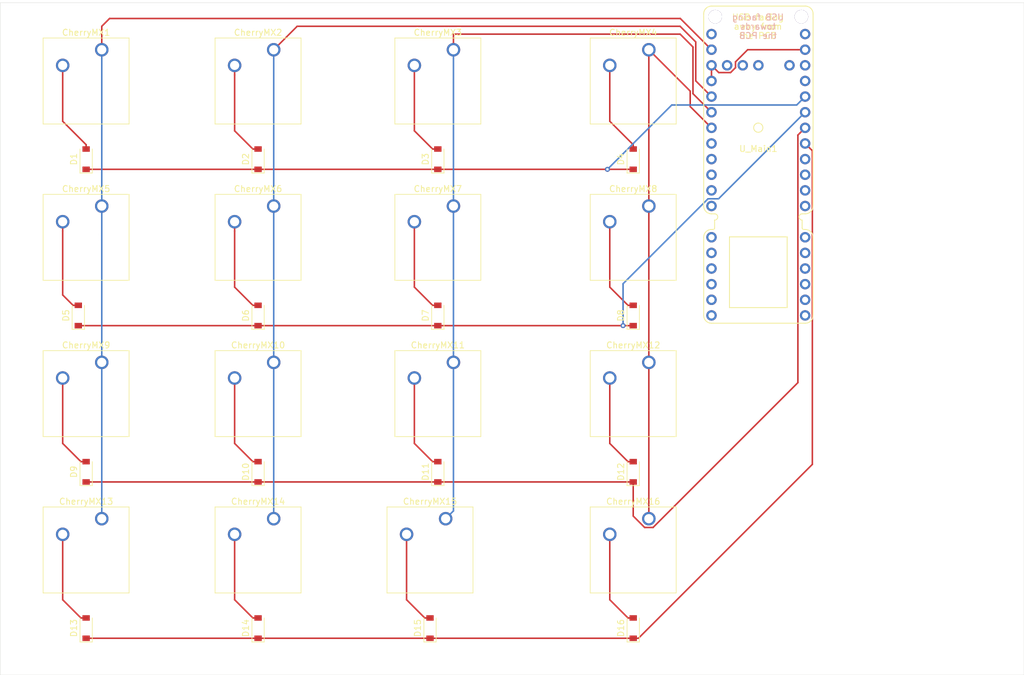
<source format=kicad_pcb>
(kicad_pcb (version 20171130) (host pcbnew "(5.1.5)-3")

  (general
    (thickness 1.6)
    (drawings 4)
    (tracks 112)
    (zones 0)
    (modules 33)
    (nets 55)
  )

  (page A4)
  (layers
    (0 F.Cu signal)
    (31 B.Cu signal)
    (32 B.Adhes user)
    (33 F.Adhes user)
    (34 B.Paste user)
    (35 F.Paste user)
    (36 B.SilkS user)
    (37 F.SilkS user)
    (38 B.Mask user)
    (39 F.Mask user)
    (40 Dwgs.User user)
    (41 Cmts.User user)
    (42 Eco1.User user)
    (43 Eco2.User user)
    (44 Edge.Cuts user)
    (45 Margin user)
    (46 B.CrtYd user)
    (47 F.CrtYd user)
    (48 B.Fab user)
    (49 F.Fab user)
  )

  (setup
    (last_trace_width 0.25)
    (trace_clearance 0.2)
    (zone_clearance 0.508)
    (zone_45_only no)
    (trace_min 0.2)
    (via_size 0.8)
    (via_drill 0.4)
    (via_min_size 0.4)
    (via_min_drill 0.3)
    (uvia_size 0.3)
    (uvia_drill 0.1)
    (uvias_allowed no)
    (uvia_min_size 0.2)
    (uvia_min_drill 0.1)
    (edge_width 0.05)
    (segment_width 0.2)
    (pcb_text_width 0.3)
    (pcb_text_size 1.5 1.5)
    (mod_edge_width 0.12)
    (mod_text_size 1 1)
    (mod_text_width 0.15)
    (pad_size 1.524 1.524)
    (pad_drill 0.762)
    (pad_to_mask_clearance 0.051)
    (solder_mask_min_width 0.25)
    (aux_axis_origin 0 0)
    (visible_elements 7FFFFFFF)
    (pcbplotparams
      (layerselection 0x010fc_ffffffff)
      (usegerberextensions false)
      (usegerberattributes false)
      (usegerberadvancedattributes false)
      (creategerberjobfile false)
      (excludeedgelayer true)
      (linewidth 0.100000)
      (plotframeref false)
      (viasonmask false)
      (mode 1)
      (useauxorigin false)
      (hpglpennumber 1)
      (hpglpenspeed 20)
      (hpglpendiameter 15.000000)
      (psnegative false)
      (psa4output false)
      (plotreference true)
      (plotvalue true)
      (plotinvisibletext false)
      (padsonsilk false)
      (subtractmaskfromsilk false)
      (outputformat 1)
      (mirror false)
      (drillshape 1)
      (scaleselection 1)
      (outputdirectory ""))
  )

  (net 0 "")
  (net 1 /switch/COL1)
  (net 2 "Net-(CherryMX1-Pad2)")
  (net 3 "Net-(CherryMX2-Pad2)")
  (net 4 "Net-(CherryMX3-Pad2)")
  (net 5 "Net-(CherryMX4-Pad2)")
  (net 6 "Net-(CherryMX5-Pad2)")
  (net 7 /switch/COL2)
  (net 8 "Net-(CherryMX6-Pad2)")
  (net 9 "Net-(CherryMX7-Pad2)")
  (net 10 "Net-(CherryMX8-Pad2)")
  (net 11 "Net-(CherryMX9-Pad2)")
  (net 12 /switch/COL3)
  (net 13 "Net-(CherryMX10-Pad2)")
  (net 14 "Net-(CherryMX11-Pad2)")
  (net 15 "Net-(CherryMX12-Pad2)")
  (net 16 "Net-(CherryMX13-Pad2)")
  (net 17 /switch/COL4)
  (net 18 "Net-(CherryMX14-Pad2)")
  (net 19 "Net-(CherryMX15-Pad2)")
  (net 20 "Net-(CherryMX16-Pad2)")
  (net 21 "Net-(U_Main1-PadDFU)")
  (net 22 "Net-(U_Main1-PadD+)")
  (net 23 "Net-(U_Main1-PadD-)")
  (net 24 /switch/ROW1)
  (net 25 /switch/ROW2)
  (net 26 /switch/ROW3)
  (net 27 /switch/ROW4)
  (net 28 "Net-(U_Main1-PadRST)")
  (net 29 "Net-(U_Main1-PadA13)")
  (net 30 "Net-(U_Main1-PadB12)")
  (net 31 "Net-(U_Main1-PadA14)")
  (net 32 "Net-(U_Main1-PadB10)")
  (net 33 "Net-(U_Main1-PadB11)")
  (net 34 "Net-(U_Main1-PadB9)")
  (net 35 "Net-(U_Main1-PadB13)")
  (net 36 "Net-(U_Main1-PadB15)")
  (net 37 "Net-(U_Main1-PadB14)")
  (net 38 "Net-(U_Main1-Pad3.3V)")
  (net 39 "Net-(U_Main1-PadA3|5v)")
  (net 40 "Net-(U_Main1-PadGND)")
  (net 41 "Net-(U_Main1-PadA4)")
  (net 42 "Net-(U_Main1-PadA15)")
  (net 43 "Net-(U_Main1-PadA6)")
  (net 44 "Net-(U_Main1-PadA8)")
  (net 45 "Net-(U_Main1-PadA7)")
  (net 46 "Net-(U_Main1-PadA5)")
  (net 47 "Net-(U_Main1-PadB0)")
  (net 48 "Net-(U_Main1-PadB1)")
  (net 49 "Net-(U_Main1-PadB2)")
  (net 50 "Net-(U_Main1-PadB3)")
  (net 51 "Net-(U_Main1-PadB4)")
  (net 52 "Net-(U_Main1-PadCHRG)")
  (net 53 "Net-(U_Main1-PadA9)")
  (net 54 "Net-(U_Main1-Pad5V)")

  (net_class Default 这是默认网络类。
    (clearance 0.2)
    (trace_width 0.25)
    (via_dia 0.8)
    (via_drill 0.4)
    (uvia_dia 0.3)
    (uvia_drill 0.1)
    (add_net /switch/COL1)
    (add_net /switch/COL2)
    (add_net /switch/COL3)
    (add_net /switch/COL4)
    (add_net /switch/ROW1)
    (add_net /switch/ROW2)
    (add_net /switch/ROW3)
    (add_net /switch/ROW4)
    (add_net "Net-(CherryMX1-Pad2)")
    (add_net "Net-(CherryMX10-Pad2)")
    (add_net "Net-(CherryMX11-Pad2)")
    (add_net "Net-(CherryMX12-Pad2)")
    (add_net "Net-(CherryMX13-Pad2)")
    (add_net "Net-(CherryMX14-Pad2)")
    (add_net "Net-(CherryMX15-Pad2)")
    (add_net "Net-(CherryMX16-Pad2)")
    (add_net "Net-(CherryMX2-Pad2)")
    (add_net "Net-(CherryMX3-Pad2)")
    (add_net "Net-(CherryMX4-Pad2)")
    (add_net "Net-(CherryMX5-Pad2)")
    (add_net "Net-(CherryMX6-Pad2)")
    (add_net "Net-(CherryMX7-Pad2)")
    (add_net "Net-(CherryMX8-Pad2)")
    (add_net "Net-(CherryMX9-Pad2)")
    (add_net "Net-(U_Main1-Pad3.3V)")
    (add_net "Net-(U_Main1-Pad5V)")
    (add_net "Net-(U_Main1-PadA13)")
    (add_net "Net-(U_Main1-PadA14)")
    (add_net "Net-(U_Main1-PadA15)")
    (add_net "Net-(U_Main1-PadA3|5v)")
    (add_net "Net-(U_Main1-PadA4)")
    (add_net "Net-(U_Main1-PadA5)")
    (add_net "Net-(U_Main1-PadA6)")
    (add_net "Net-(U_Main1-PadA7)")
    (add_net "Net-(U_Main1-PadA8)")
    (add_net "Net-(U_Main1-PadA9)")
    (add_net "Net-(U_Main1-PadB0)")
    (add_net "Net-(U_Main1-PadB1)")
    (add_net "Net-(U_Main1-PadB10)")
    (add_net "Net-(U_Main1-PadB11)")
    (add_net "Net-(U_Main1-PadB12)")
    (add_net "Net-(U_Main1-PadB13)")
    (add_net "Net-(U_Main1-PadB14)")
    (add_net "Net-(U_Main1-PadB15)")
    (add_net "Net-(U_Main1-PadB2)")
    (add_net "Net-(U_Main1-PadB3)")
    (add_net "Net-(U_Main1-PadB4)")
    (add_net "Net-(U_Main1-PadB9)")
    (add_net "Net-(U_Main1-PadCHRG)")
    (add_net "Net-(U_Main1-PadD+)")
    (add_net "Net-(U_Main1-PadD-)")
    (add_net "Net-(U_Main1-PadDFU)")
    (add_net "Net-(U_Main1-PadGND)")
    (add_net "Net-(U_Main1-PadRST)")
  )

  (module Button_Switch_Keyboard:SW_Cherry_MX_1.00u_Plate (layer F.Cu) (tedit 5A02FE24) (tstamp 5E0B21E1)
    (at 88.9 67.31)
    (descr "Cherry MX keyswitch, 1.00u, plate mount, http://cherryamericas.com/wp-content/uploads/2014/12/mx_cat.pdf")
    (tags "Cherry MX keyswitch 1.00u plate")
    (path /5E25E984/5E365156)
    (fp_text reference CherryMX1 (at -2.54 -2.794) (layer F.SilkS)
      (effects (font (size 1 1) (thickness 0.15)))
    )
    (fp_text value SW_SPST (at -2.54 12.954) (layer F.Fab)
      (effects (font (size 1 1) (thickness 0.15)))
    )
    (fp_text user %R (at -2.54 -2.794) (layer F.Fab)
      (effects (font (size 1 1) (thickness 0.15)))
    )
    (fp_line (start -8.89 -1.27) (end 3.81 -1.27) (layer F.Fab) (width 0.1))
    (fp_line (start 3.81 -1.27) (end 3.81 11.43) (layer F.Fab) (width 0.1))
    (fp_line (start 3.81 11.43) (end -8.89 11.43) (layer F.Fab) (width 0.1))
    (fp_line (start -8.89 11.43) (end -8.89 -1.27) (layer F.Fab) (width 0.1))
    (fp_line (start -9.14 11.68) (end -9.14 -1.52) (layer F.CrtYd) (width 0.05))
    (fp_line (start 4.06 11.68) (end -9.14 11.68) (layer F.CrtYd) (width 0.05))
    (fp_line (start 4.06 -1.52) (end 4.06 11.68) (layer F.CrtYd) (width 0.05))
    (fp_line (start -9.14 -1.52) (end 4.06 -1.52) (layer F.CrtYd) (width 0.05))
    (fp_line (start -12.065 -4.445) (end 6.985 -4.445) (layer Dwgs.User) (width 0.15))
    (fp_line (start 6.985 -4.445) (end 6.985 14.605) (layer Dwgs.User) (width 0.15))
    (fp_line (start 6.985 14.605) (end -12.065 14.605) (layer Dwgs.User) (width 0.15))
    (fp_line (start -12.065 14.605) (end -12.065 -4.445) (layer Dwgs.User) (width 0.15))
    (fp_line (start -9.525 -1.905) (end 4.445 -1.905) (layer F.SilkS) (width 0.12))
    (fp_line (start 4.445 -1.905) (end 4.445 12.065) (layer F.SilkS) (width 0.12))
    (fp_line (start 4.445 12.065) (end -9.525 12.065) (layer F.SilkS) (width 0.12))
    (fp_line (start -9.525 12.065) (end -9.525 -1.905) (layer F.SilkS) (width 0.12))
    (pad 1 thru_hole circle (at 0 0) (size 2.2 2.2) (drill 1.5) (layers *.Cu *.Mask)
      (net 24 /switch/ROW1))
    (pad 2 thru_hole circle (at -6.35 2.54) (size 2.2 2.2) (drill 1.5) (layers *.Cu *.Mask)
      (net 2 "Net-(CherryMX1-Pad2)"))
    (pad "" np_thru_hole circle (at -2.54 5.08) (size 4 4) (drill 4) (layers *.Cu *.Mask))
    (model ${KISYS3DMOD}/Button_Switch_Keyboard.3dshapes/SW_Cherry_MX_1.00u_Plate.wrl
      (at (xyz 0 0 0))
      (scale (xyz 1 1 1))
      (rotate (xyz 0 0 0))
    )
  )

  (module Button_Switch_Keyboard:SW_Cherry_MX_1.00u_Plate (layer F.Cu) (tedit 5A02FE24) (tstamp 5E0B21F9)
    (at 116.84 67.31)
    (descr "Cherry MX keyswitch, 1.00u, plate mount, http://cherryamericas.com/wp-content/uploads/2014/12/mx_cat.pdf")
    (tags "Cherry MX keyswitch 1.00u plate")
    (path /5E25E984/5E365162)
    (fp_text reference CherryMX2 (at -2.54 -2.794) (layer F.SilkS)
      (effects (font (size 1 1) (thickness 0.15)))
    )
    (fp_text value SW_SPST (at -2.54 12.954) (layer F.Fab)
      (effects (font (size 1 1) (thickness 0.15)))
    )
    (fp_text user %R (at -2.54 -2.794) (layer F.Fab)
      (effects (font (size 1 1) (thickness 0.15)))
    )
    (fp_line (start -8.89 -1.27) (end 3.81 -1.27) (layer F.Fab) (width 0.1))
    (fp_line (start 3.81 -1.27) (end 3.81 11.43) (layer F.Fab) (width 0.1))
    (fp_line (start 3.81 11.43) (end -8.89 11.43) (layer F.Fab) (width 0.1))
    (fp_line (start -8.89 11.43) (end -8.89 -1.27) (layer F.Fab) (width 0.1))
    (fp_line (start -9.14 11.68) (end -9.14 -1.52) (layer F.CrtYd) (width 0.05))
    (fp_line (start 4.06 11.68) (end -9.14 11.68) (layer F.CrtYd) (width 0.05))
    (fp_line (start 4.06 -1.52) (end 4.06 11.68) (layer F.CrtYd) (width 0.05))
    (fp_line (start -9.14 -1.52) (end 4.06 -1.52) (layer F.CrtYd) (width 0.05))
    (fp_line (start -12.065 -4.445) (end 6.985 -4.445) (layer Dwgs.User) (width 0.15))
    (fp_line (start 6.985 -4.445) (end 6.985 14.605) (layer Dwgs.User) (width 0.15))
    (fp_line (start 6.985 14.605) (end -12.065 14.605) (layer Dwgs.User) (width 0.15))
    (fp_line (start -12.065 14.605) (end -12.065 -4.445) (layer Dwgs.User) (width 0.15))
    (fp_line (start -9.525 -1.905) (end 4.445 -1.905) (layer F.SilkS) (width 0.12))
    (fp_line (start 4.445 -1.905) (end 4.445 12.065) (layer F.SilkS) (width 0.12))
    (fp_line (start 4.445 12.065) (end -9.525 12.065) (layer F.SilkS) (width 0.12))
    (fp_line (start -9.525 12.065) (end -9.525 -1.905) (layer F.SilkS) (width 0.12))
    (pad 1 thru_hole circle (at 0 0) (size 2.2 2.2) (drill 1.5) (layers *.Cu *.Mask)
      (net 25 /switch/ROW2))
    (pad 2 thru_hole circle (at -6.35 2.54) (size 2.2 2.2) (drill 1.5) (layers *.Cu *.Mask)
      (net 3 "Net-(CherryMX2-Pad2)"))
    (pad "" np_thru_hole circle (at -2.54 5.08) (size 4 4) (drill 4) (layers *.Cu *.Mask))
    (model ${KISYS3DMOD}/Button_Switch_Keyboard.3dshapes/SW_Cherry_MX_1.00u_Plate.wrl
      (at (xyz 0 0 0))
      (scale (xyz 1 1 1))
      (rotate (xyz 0 0 0))
    )
  )

  (module Button_Switch_Keyboard:SW_Cherry_MX_1.00u_Plate (layer F.Cu) (tedit 5A02FE24) (tstamp 5E0B2211)
    (at 146.05 67.31)
    (descr "Cherry MX keyswitch, 1.00u, plate mount, http://cherryamericas.com/wp-content/uploads/2014/12/mx_cat.pdf")
    (tags "Cherry MX keyswitch 1.00u plate")
    (path /5E25E984/5E36516E)
    (fp_text reference CherryMX3 (at -2.54 -2.794) (layer F.SilkS)
      (effects (font (size 1 1) (thickness 0.15)))
    )
    (fp_text value SW_SPST (at -2.54 12.954) (layer F.Fab)
      (effects (font (size 1 1) (thickness 0.15)))
    )
    (fp_line (start -9.525 12.065) (end -9.525 -1.905) (layer F.SilkS) (width 0.12))
    (fp_line (start 4.445 12.065) (end -9.525 12.065) (layer F.SilkS) (width 0.12))
    (fp_line (start 4.445 -1.905) (end 4.445 12.065) (layer F.SilkS) (width 0.12))
    (fp_line (start -9.525 -1.905) (end 4.445 -1.905) (layer F.SilkS) (width 0.12))
    (fp_line (start -12.065 14.605) (end -12.065 -4.445) (layer Dwgs.User) (width 0.15))
    (fp_line (start 6.985 14.605) (end -12.065 14.605) (layer Dwgs.User) (width 0.15))
    (fp_line (start 6.985 -4.445) (end 6.985 14.605) (layer Dwgs.User) (width 0.15))
    (fp_line (start -12.065 -4.445) (end 6.985 -4.445) (layer Dwgs.User) (width 0.15))
    (fp_line (start -9.14 -1.52) (end 4.06 -1.52) (layer F.CrtYd) (width 0.05))
    (fp_line (start 4.06 -1.52) (end 4.06 11.68) (layer F.CrtYd) (width 0.05))
    (fp_line (start 4.06 11.68) (end -9.14 11.68) (layer F.CrtYd) (width 0.05))
    (fp_line (start -9.14 11.68) (end -9.14 -1.52) (layer F.CrtYd) (width 0.05))
    (fp_line (start -8.89 11.43) (end -8.89 -1.27) (layer F.Fab) (width 0.1))
    (fp_line (start 3.81 11.43) (end -8.89 11.43) (layer F.Fab) (width 0.1))
    (fp_line (start 3.81 -1.27) (end 3.81 11.43) (layer F.Fab) (width 0.1))
    (fp_line (start -8.89 -1.27) (end 3.81 -1.27) (layer F.Fab) (width 0.1))
    (fp_text user %R (at -2.54 -2.794) (layer F.Fab)
      (effects (font (size 1 1) (thickness 0.15)))
    )
    (pad "" np_thru_hole circle (at -2.54 5.08) (size 4 4) (drill 4) (layers *.Cu *.Mask))
    (pad 2 thru_hole circle (at -6.35 2.54) (size 2.2 2.2) (drill 1.5) (layers *.Cu *.Mask)
      (net 4 "Net-(CherryMX3-Pad2)"))
    (pad 1 thru_hole circle (at 0 0) (size 2.2 2.2) (drill 1.5) (layers *.Cu *.Mask)
      (net 26 /switch/ROW3))
    (model ${KISYS3DMOD}/Button_Switch_Keyboard.3dshapes/SW_Cherry_MX_1.00u_Plate.wrl
      (at (xyz 0 0 0))
      (scale (xyz 1 1 1))
      (rotate (xyz 0 0 0))
    )
  )

  (module Button_Switch_Keyboard:SW_Cherry_MX_1.00u_Plate (layer F.Cu) (tedit 5A02FE24) (tstamp 5E0B2229)
    (at 177.8 67.31)
    (descr "Cherry MX keyswitch, 1.00u, plate mount, http://cherryamericas.com/wp-content/uploads/2014/12/mx_cat.pdf")
    (tags "Cherry MX keyswitch 1.00u plate")
    (path /5E25E984/5E36517A)
    (fp_text reference CherryMX4 (at -2.54 -2.794) (layer F.SilkS)
      (effects (font (size 1 1) (thickness 0.15)))
    )
    (fp_text value SW_SPST (at -2.54 12.954) (layer F.Fab)
      (effects (font (size 1 1) (thickness 0.15)))
    )
    (fp_text user %R (at -2.54 -2.794) (layer F.Fab)
      (effects (font (size 1 1) (thickness 0.15)))
    )
    (fp_line (start -8.89 -1.27) (end 3.81 -1.27) (layer F.Fab) (width 0.1))
    (fp_line (start 3.81 -1.27) (end 3.81 11.43) (layer F.Fab) (width 0.1))
    (fp_line (start 3.81 11.43) (end -8.89 11.43) (layer F.Fab) (width 0.1))
    (fp_line (start -8.89 11.43) (end -8.89 -1.27) (layer F.Fab) (width 0.1))
    (fp_line (start -9.14 11.68) (end -9.14 -1.52) (layer F.CrtYd) (width 0.05))
    (fp_line (start 4.06 11.68) (end -9.14 11.68) (layer F.CrtYd) (width 0.05))
    (fp_line (start 4.06 -1.52) (end 4.06 11.68) (layer F.CrtYd) (width 0.05))
    (fp_line (start -9.14 -1.52) (end 4.06 -1.52) (layer F.CrtYd) (width 0.05))
    (fp_line (start -12.065 -4.445) (end 6.985 -4.445) (layer Dwgs.User) (width 0.15))
    (fp_line (start 6.985 -4.445) (end 6.985 14.605) (layer Dwgs.User) (width 0.15))
    (fp_line (start 6.985 14.605) (end -12.065 14.605) (layer Dwgs.User) (width 0.15))
    (fp_line (start -12.065 14.605) (end -12.065 -4.445) (layer Dwgs.User) (width 0.15))
    (fp_line (start -9.525 -1.905) (end 4.445 -1.905) (layer F.SilkS) (width 0.12))
    (fp_line (start 4.445 -1.905) (end 4.445 12.065) (layer F.SilkS) (width 0.12))
    (fp_line (start 4.445 12.065) (end -9.525 12.065) (layer F.SilkS) (width 0.12))
    (fp_line (start -9.525 12.065) (end -9.525 -1.905) (layer F.SilkS) (width 0.12))
    (pad 1 thru_hole circle (at 0 0) (size 2.2 2.2) (drill 1.5) (layers *.Cu *.Mask)
      (net 27 /switch/ROW4))
    (pad 2 thru_hole circle (at -6.35 2.54) (size 2.2 2.2) (drill 1.5) (layers *.Cu *.Mask)
      (net 5 "Net-(CherryMX4-Pad2)"))
    (pad "" np_thru_hole circle (at -2.54 5.08) (size 4 4) (drill 4) (layers *.Cu *.Mask))
    (model ${KISYS3DMOD}/Button_Switch_Keyboard.3dshapes/SW_Cherry_MX_1.00u_Plate.wrl
      (at (xyz 0 0 0))
      (scale (xyz 1 1 1))
      (rotate (xyz 0 0 0))
    )
  )

  (module Button_Switch_Keyboard:SW_Cherry_MX_1.00u_Plate (layer F.Cu) (tedit 5A02FE24) (tstamp 5E0B2241)
    (at 88.9 92.71)
    (descr "Cherry MX keyswitch, 1.00u, plate mount, http://cherryamericas.com/wp-content/uploads/2014/12/mx_cat.pdf")
    (tags "Cherry MX keyswitch 1.00u plate")
    (path /5E25E984/5E3DB260)
    (fp_text reference CherryMX5 (at -2.54 -2.794) (layer F.SilkS)
      (effects (font (size 1 1) (thickness 0.15)))
    )
    (fp_text value SW_SPST (at -2.54 12.954) (layer F.Fab)
      (effects (font (size 1 1) (thickness 0.15)))
    )
    (fp_line (start -9.525 12.065) (end -9.525 -1.905) (layer F.SilkS) (width 0.12))
    (fp_line (start 4.445 12.065) (end -9.525 12.065) (layer F.SilkS) (width 0.12))
    (fp_line (start 4.445 -1.905) (end 4.445 12.065) (layer F.SilkS) (width 0.12))
    (fp_line (start -9.525 -1.905) (end 4.445 -1.905) (layer F.SilkS) (width 0.12))
    (fp_line (start -12.065 14.605) (end -12.065 -4.445) (layer Dwgs.User) (width 0.15))
    (fp_line (start 6.985 14.605) (end -12.065 14.605) (layer Dwgs.User) (width 0.15))
    (fp_line (start 6.985 -4.445) (end 6.985 14.605) (layer Dwgs.User) (width 0.15))
    (fp_line (start -12.065 -4.445) (end 6.985 -4.445) (layer Dwgs.User) (width 0.15))
    (fp_line (start -9.14 -1.52) (end 4.06 -1.52) (layer F.CrtYd) (width 0.05))
    (fp_line (start 4.06 -1.52) (end 4.06 11.68) (layer F.CrtYd) (width 0.05))
    (fp_line (start 4.06 11.68) (end -9.14 11.68) (layer F.CrtYd) (width 0.05))
    (fp_line (start -9.14 11.68) (end -9.14 -1.52) (layer F.CrtYd) (width 0.05))
    (fp_line (start -8.89 11.43) (end -8.89 -1.27) (layer F.Fab) (width 0.1))
    (fp_line (start 3.81 11.43) (end -8.89 11.43) (layer F.Fab) (width 0.1))
    (fp_line (start 3.81 -1.27) (end 3.81 11.43) (layer F.Fab) (width 0.1))
    (fp_line (start -8.89 -1.27) (end 3.81 -1.27) (layer F.Fab) (width 0.1))
    (fp_text user %R (at -2.54 -2.794) (layer F.Fab)
      (effects (font (size 1 1) (thickness 0.15)))
    )
    (pad "" np_thru_hole circle (at -2.54 5.08) (size 4 4) (drill 4) (layers *.Cu *.Mask))
    (pad 2 thru_hole circle (at -6.35 2.54) (size 2.2 2.2) (drill 1.5) (layers *.Cu *.Mask)
      (net 6 "Net-(CherryMX5-Pad2)"))
    (pad 1 thru_hole circle (at 0 0) (size 2.2 2.2) (drill 1.5) (layers *.Cu *.Mask)
      (net 24 /switch/ROW1))
    (model ${KISYS3DMOD}/Button_Switch_Keyboard.3dshapes/SW_Cherry_MX_1.00u_Plate.wrl
      (at (xyz 0 0 0))
      (scale (xyz 1 1 1))
      (rotate (xyz 0 0 0))
    )
  )

  (module Button_Switch_Keyboard:SW_Cherry_MX_1.00u_Plate (layer F.Cu) (tedit 5A02FE24) (tstamp 5E0B2259)
    (at 116.84 92.71)
    (descr "Cherry MX keyswitch, 1.00u, plate mount, http://cherryamericas.com/wp-content/uploads/2014/12/mx_cat.pdf")
    (tags "Cherry MX keyswitch 1.00u plate")
    (path /5E25E984/5E3DB26C)
    (fp_text reference CherryMX6 (at -2.54 -2.794) (layer F.SilkS)
      (effects (font (size 1 1) (thickness 0.15)))
    )
    (fp_text value SW_SPST (at -2.54 12.954) (layer F.Fab)
      (effects (font (size 1 1) (thickness 0.15)))
    )
    (fp_line (start -9.525 12.065) (end -9.525 -1.905) (layer F.SilkS) (width 0.12))
    (fp_line (start 4.445 12.065) (end -9.525 12.065) (layer F.SilkS) (width 0.12))
    (fp_line (start 4.445 -1.905) (end 4.445 12.065) (layer F.SilkS) (width 0.12))
    (fp_line (start -9.525 -1.905) (end 4.445 -1.905) (layer F.SilkS) (width 0.12))
    (fp_line (start -12.065 14.605) (end -12.065 -4.445) (layer Dwgs.User) (width 0.15))
    (fp_line (start 6.985 14.605) (end -12.065 14.605) (layer Dwgs.User) (width 0.15))
    (fp_line (start 6.985 -4.445) (end 6.985 14.605) (layer Dwgs.User) (width 0.15))
    (fp_line (start -12.065 -4.445) (end 6.985 -4.445) (layer Dwgs.User) (width 0.15))
    (fp_line (start -9.14 -1.52) (end 4.06 -1.52) (layer F.CrtYd) (width 0.05))
    (fp_line (start 4.06 -1.52) (end 4.06 11.68) (layer F.CrtYd) (width 0.05))
    (fp_line (start 4.06 11.68) (end -9.14 11.68) (layer F.CrtYd) (width 0.05))
    (fp_line (start -9.14 11.68) (end -9.14 -1.52) (layer F.CrtYd) (width 0.05))
    (fp_line (start -8.89 11.43) (end -8.89 -1.27) (layer F.Fab) (width 0.1))
    (fp_line (start 3.81 11.43) (end -8.89 11.43) (layer F.Fab) (width 0.1))
    (fp_line (start 3.81 -1.27) (end 3.81 11.43) (layer F.Fab) (width 0.1))
    (fp_line (start -8.89 -1.27) (end 3.81 -1.27) (layer F.Fab) (width 0.1))
    (fp_text user %R (at -2.54 -2.794) (layer F.Fab)
      (effects (font (size 1 1) (thickness 0.15)))
    )
    (pad "" np_thru_hole circle (at -2.54 5.08) (size 4 4) (drill 4) (layers *.Cu *.Mask))
    (pad 2 thru_hole circle (at -6.35 2.54) (size 2.2 2.2) (drill 1.5) (layers *.Cu *.Mask)
      (net 8 "Net-(CherryMX6-Pad2)"))
    (pad 1 thru_hole circle (at 0 0) (size 2.2 2.2) (drill 1.5) (layers *.Cu *.Mask)
      (net 25 /switch/ROW2))
    (model ${KISYS3DMOD}/Button_Switch_Keyboard.3dshapes/SW_Cherry_MX_1.00u_Plate.wrl
      (at (xyz 0 0 0))
      (scale (xyz 1 1 1))
      (rotate (xyz 0 0 0))
    )
  )

  (module Button_Switch_Keyboard:SW_Cherry_MX_1.00u_Plate (layer F.Cu) (tedit 5A02FE24) (tstamp 5E0B2271)
    (at 146.05 92.71)
    (descr "Cherry MX keyswitch, 1.00u, plate mount, http://cherryamericas.com/wp-content/uploads/2014/12/mx_cat.pdf")
    (tags "Cherry MX keyswitch 1.00u plate")
    (path /5E25E984/5E3DB278)
    (fp_text reference CherryMX7 (at -2.54 -2.794) (layer F.SilkS)
      (effects (font (size 1 1) (thickness 0.15)))
    )
    (fp_text value SW_SPST (at -2.54 12.954) (layer F.Fab)
      (effects (font (size 1 1) (thickness 0.15)))
    )
    (fp_line (start -9.525 12.065) (end -9.525 -1.905) (layer F.SilkS) (width 0.12))
    (fp_line (start 4.445 12.065) (end -9.525 12.065) (layer F.SilkS) (width 0.12))
    (fp_line (start 4.445 -1.905) (end 4.445 12.065) (layer F.SilkS) (width 0.12))
    (fp_line (start -9.525 -1.905) (end 4.445 -1.905) (layer F.SilkS) (width 0.12))
    (fp_line (start -12.065 14.605) (end -12.065 -4.445) (layer Dwgs.User) (width 0.15))
    (fp_line (start 6.985 14.605) (end -12.065 14.605) (layer Dwgs.User) (width 0.15))
    (fp_line (start 6.985 -4.445) (end 6.985 14.605) (layer Dwgs.User) (width 0.15))
    (fp_line (start -12.065 -4.445) (end 6.985 -4.445) (layer Dwgs.User) (width 0.15))
    (fp_line (start -9.14 -1.52) (end 4.06 -1.52) (layer F.CrtYd) (width 0.05))
    (fp_line (start 4.06 -1.52) (end 4.06 11.68) (layer F.CrtYd) (width 0.05))
    (fp_line (start 4.06 11.68) (end -9.14 11.68) (layer F.CrtYd) (width 0.05))
    (fp_line (start -9.14 11.68) (end -9.14 -1.52) (layer F.CrtYd) (width 0.05))
    (fp_line (start -8.89 11.43) (end -8.89 -1.27) (layer F.Fab) (width 0.1))
    (fp_line (start 3.81 11.43) (end -8.89 11.43) (layer F.Fab) (width 0.1))
    (fp_line (start 3.81 -1.27) (end 3.81 11.43) (layer F.Fab) (width 0.1))
    (fp_line (start -8.89 -1.27) (end 3.81 -1.27) (layer F.Fab) (width 0.1))
    (fp_text user %R (at -2.54 -2.794) (layer F.Fab)
      (effects (font (size 1 1) (thickness 0.15)))
    )
    (pad "" np_thru_hole circle (at -2.54 5.08) (size 4 4) (drill 4) (layers *.Cu *.Mask))
    (pad 2 thru_hole circle (at -6.35 2.54) (size 2.2 2.2) (drill 1.5) (layers *.Cu *.Mask)
      (net 9 "Net-(CherryMX7-Pad2)"))
    (pad 1 thru_hole circle (at 0 0) (size 2.2 2.2) (drill 1.5) (layers *.Cu *.Mask)
      (net 26 /switch/ROW3))
    (model ${KISYS3DMOD}/Button_Switch_Keyboard.3dshapes/SW_Cherry_MX_1.00u_Plate.wrl
      (at (xyz 0 0 0))
      (scale (xyz 1 1 1))
      (rotate (xyz 0 0 0))
    )
  )

  (module Button_Switch_Keyboard:SW_Cherry_MX_1.00u_Plate (layer F.Cu) (tedit 5A02FE24) (tstamp 5E0B2289)
    (at 177.8 92.71)
    (descr "Cherry MX keyswitch, 1.00u, plate mount, http://cherryamericas.com/wp-content/uploads/2014/12/mx_cat.pdf")
    (tags "Cherry MX keyswitch 1.00u plate")
    (path /5E25E984/5E3DB284)
    (fp_text reference CherryMX8 (at -2.54 -2.794) (layer F.SilkS)
      (effects (font (size 1 1) (thickness 0.15)))
    )
    (fp_text value SW_SPST (at -2.54 12.954) (layer F.Fab)
      (effects (font (size 1 1) (thickness 0.15)))
    )
    (fp_text user %R (at -2.54 -2.794) (layer F.Fab)
      (effects (font (size 1 1) (thickness 0.15)))
    )
    (fp_line (start -8.89 -1.27) (end 3.81 -1.27) (layer F.Fab) (width 0.1))
    (fp_line (start 3.81 -1.27) (end 3.81 11.43) (layer F.Fab) (width 0.1))
    (fp_line (start 3.81 11.43) (end -8.89 11.43) (layer F.Fab) (width 0.1))
    (fp_line (start -8.89 11.43) (end -8.89 -1.27) (layer F.Fab) (width 0.1))
    (fp_line (start -9.14 11.68) (end -9.14 -1.52) (layer F.CrtYd) (width 0.05))
    (fp_line (start 4.06 11.68) (end -9.14 11.68) (layer F.CrtYd) (width 0.05))
    (fp_line (start 4.06 -1.52) (end 4.06 11.68) (layer F.CrtYd) (width 0.05))
    (fp_line (start -9.14 -1.52) (end 4.06 -1.52) (layer F.CrtYd) (width 0.05))
    (fp_line (start -12.065 -4.445) (end 6.985 -4.445) (layer Dwgs.User) (width 0.15))
    (fp_line (start 6.985 -4.445) (end 6.985 14.605) (layer Dwgs.User) (width 0.15))
    (fp_line (start 6.985 14.605) (end -12.065 14.605) (layer Dwgs.User) (width 0.15))
    (fp_line (start -12.065 14.605) (end -12.065 -4.445) (layer Dwgs.User) (width 0.15))
    (fp_line (start -9.525 -1.905) (end 4.445 -1.905) (layer F.SilkS) (width 0.12))
    (fp_line (start 4.445 -1.905) (end 4.445 12.065) (layer F.SilkS) (width 0.12))
    (fp_line (start 4.445 12.065) (end -9.525 12.065) (layer F.SilkS) (width 0.12))
    (fp_line (start -9.525 12.065) (end -9.525 -1.905) (layer F.SilkS) (width 0.12))
    (pad 1 thru_hole circle (at 0 0) (size 2.2 2.2) (drill 1.5) (layers *.Cu *.Mask)
      (net 27 /switch/ROW4))
    (pad 2 thru_hole circle (at -6.35 2.54) (size 2.2 2.2) (drill 1.5) (layers *.Cu *.Mask)
      (net 10 "Net-(CherryMX8-Pad2)"))
    (pad "" np_thru_hole circle (at -2.54 5.08) (size 4 4) (drill 4) (layers *.Cu *.Mask))
    (model ${KISYS3DMOD}/Button_Switch_Keyboard.3dshapes/SW_Cherry_MX_1.00u_Plate.wrl
      (at (xyz 0 0 0))
      (scale (xyz 1 1 1))
      (rotate (xyz 0 0 0))
    )
  )

  (module Button_Switch_Keyboard:SW_Cherry_MX_1.00u_Plate (layer F.Cu) (tedit 5A02FE24) (tstamp 5E0B22A1)
    (at 88.9 118.11)
    (descr "Cherry MX keyswitch, 1.00u, plate mount, http://cherryamericas.com/wp-content/uploads/2014/12/mx_cat.pdf")
    (tags "Cherry MX keyswitch 1.00u plate")
    (path /5E25E984/5E3DB2A8)
    (fp_text reference CherryMX9 (at -2.54 -2.794) (layer F.SilkS)
      (effects (font (size 1 1) (thickness 0.15)))
    )
    (fp_text value SW_SPST (at -2.54 12.954) (layer F.Fab)
      (effects (font (size 1 1) (thickness 0.15)))
    )
    (fp_text user %R (at -2.54 -2.794) (layer F.Fab)
      (effects (font (size 1 1) (thickness 0.15)))
    )
    (fp_line (start -8.89 -1.27) (end 3.81 -1.27) (layer F.Fab) (width 0.1))
    (fp_line (start 3.81 -1.27) (end 3.81 11.43) (layer F.Fab) (width 0.1))
    (fp_line (start 3.81 11.43) (end -8.89 11.43) (layer F.Fab) (width 0.1))
    (fp_line (start -8.89 11.43) (end -8.89 -1.27) (layer F.Fab) (width 0.1))
    (fp_line (start -9.14 11.68) (end -9.14 -1.52) (layer F.CrtYd) (width 0.05))
    (fp_line (start 4.06 11.68) (end -9.14 11.68) (layer F.CrtYd) (width 0.05))
    (fp_line (start 4.06 -1.52) (end 4.06 11.68) (layer F.CrtYd) (width 0.05))
    (fp_line (start -9.14 -1.52) (end 4.06 -1.52) (layer F.CrtYd) (width 0.05))
    (fp_line (start -12.065 -4.445) (end 6.985 -4.445) (layer Dwgs.User) (width 0.15))
    (fp_line (start 6.985 -4.445) (end 6.985 14.605) (layer Dwgs.User) (width 0.15))
    (fp_line (start 6.985 14.605) (end -12.065 14.605) (layer Dwgs.User) (width 0.15))
    (fp_line (start -12.065 14.605) (end -12.065 -4.445) (layer Dwgs.User) (width 0.15))
    (fp_line (start -9.525 -1.905) (end 4.445 -1.905) (layer F.SilkS) (width 0.12))
    (fp_line (start 4.445 -1.905) (end 4.445 12.065) (layer F.SilkS) (width 0.12))
    (fp_line (start 4.445 12.065) (end -9.525 12.065) (layer F.SilkS) (width 0.12))
    (fp_line (start -9.525 12.065) (end -9.525 -1.905) (layer F.SilkS) (width 0.12))
    (pad 1 thru_hole circle (at 0 0) (size 2.2 2.2) (drill 1.5) (layers *.Cu *.Mask)
      (net 24 /switch/ROW1))
    (pad 2 thru_hole circle (at -6.35 2.54) (size 2.2 2.2) (drill 1.5) (layers *.Cu *.Mask)
      (net 11 "Net-(CherryMX9-Pad2)"))
    (pad "" np_thru_hole circle (at -2.54 5.08) (size 4 4) (drill 4) (layers *.Cu *.Mask))
    (model ${KISYS3DMOD}/Button_Switch_Keyboard.3dshapes/SW_Cherry_MX_1.00u_Plate.wrl
      (at (xyz 0 0 0))
      (scale (xyz 1 1 1))
      (rotate (xyz 0 0 0))
    )
  )

  (module Button_Switch_Keyboard:SW_Cherry_MX_1.00u_Plate (layer F.Cu) (tedit 5A02FE24) (tstamp 5E0B22B9)
    (at 116.84 118.11)
    (descr "Cherry MX keyswitch, 1.00u, plate mount, http://cherryamericas.com/wp-content/uploads/2014/12/mx_cat.pdf")
    (tags "Cherry MX keyswitch 1.00u plate")
    (path /5E25E984/5E3DB2B4)
    (fp_text reference CherryMX10 (at -2.54 -2.794) (layer F.SilkS)
      (effects (font (size 1 1) (thickness 0.15)))
    )
    (fp_text value SW_SPST (at -2.54 12.954) (layer F.Fab)
      (effects (font (size 1 1) (thickness 0.15)))
    )
    (fp_line (start -9.525 12.065) (end -9.525 -1.905) (layer F.SilkS) (width 0.12))
    (fp_line (start 4.445 12.065) (end -9.525 12.065) (layer F.SilkS) (width 0.12))
    (fp_line (start 4.445 -1.905) (end 4.445 12.065) (layer F.SilkS) (width 0.12))
    (fp_line (start -9.525 -1.905) (end 4.445 -1.905) (layer F.SilkS) (width 0.12))
    (fp_line (start -12.065 14.605) (end -12.065 -4.445) (layer Dwgs.User) (width 0.15))
    (fp_line (start 6.985 14.605) (end -12.065 14.605) (layer Dwgs.User) (width 0.15))
    (fp_line (start 6.985 -4.445) (end 6.985 14.605) (layer Dwgs.User) (width 0.15))
    (fp_line (start -12.065 -4.445) (end 6.985 -4.445) (layer Dwgs.User) (width 0.15))
    (fp_line (start -9.14 -1.52) (end 4.06 -1.52) (layer F.CrtYd) (width 0.05))
    (fp_line (start 4.06 -1.52) (end 4.06 11.68) (layer F.CrtYd) (width 0.05))
    (fp_line (start 4.06 11.68) (end -9.14 11.68) (layer F.CrtYd) (width 0.05))
    (fp_line (start -9.14 11.68) (end -9.14 -1.52) (layer F.CrtYd) (width 0.05))
    (fp_line (start -8.89 11.43) (end -8.89 -1.27) (layer F.Fab) (width 0.1))
    (fp_line (start 3.81 11.43) (end -8.89 11.43) (layer F.Fab) (width 0.1))
    (fp_line (start 3.81 -1.27) (end 3.81 11.43) (layer F.Fab) (width 0.1))
    (fp_line (start -8.89 -1.27) (end 3.81 -1.27) (layer F.Fab) (width 0.1))
    (fp_text user %R (at -2.54 -2.794) (layer F.Fab)
      (effects (font (size 1 1) (thickness 0.15)))
    )
    (pad "" np_thru_hole circle (at -2.54 5.08) (size 4 4) (drill 4) (layers *.Cu *.Mask))
    (pad 2 thru_hole circle (at -6.35 2.54) (size 2.2 2.2) (drill 1.5) (layers *.Cu *.Mask)
      (net 13 "Net-(CherryMX10-Pad2)"))
    (pad 1 thru_hole circle (at 0 0) (size 2.2 2.2) (drill 1.5) (layers *.Cu *.Mask)
      (net 25 /switch/ROW2))
    (model ${KISYS3DMOD}/Button_Switch_Keyboard.3dshapes/SW_Cherry_MX_1.00u_Plate.wrl
      (at (xyz 0 0 0))
      (scale (xyz 1 1 1))
      (rotate (xyz 0 0 0))
    )
  )

  (module Button_Switch_Keyboard:SW_Cherry_MX_1.00u_Plate (layer F.Cu) (tedit 5A02FE24) (tstamp 5E0B22D1)
    (at 146.05 118.11)
    (descr "Cherry MX keyswitch, 1.00u, plate mount, http://cherryamericas.com/wp-content/uploads/2014/12/mx_cat.pdf")
    (tags "Cherry MX keyswitch 1.00u plate")
    (path /5E25E984/5E3DB2C0)
    (fp_text reference CherryMX11 (at -2.54 -2.794) (layer F.SilkS)
      (effects (font (size 1 1) (thickness 0.15)))
    )
    (fp_text value SW_SPST (at -2.54 12.954) (layer F.Fab)
      (effects (font (size 1 1) (thickness 0.15)))
    )
    (fp_line (start -9.525 12.065) (end -9.525 -1.905) (layer F.SilkS) (width 0.12))
    (fp_line (start 4.445 12.065) (end -9.525 12.065) (layer F.SilkS) (width 0.12))
    (fp_line (start 4.445 -1.905) (end 4.445 12.065) (layer F.SilkS) (width 0.12))
    (fp_line (start -9.525 -1.905) (end 4.445 -1.905) (layer F.SilkS) (width 0.12))
    (fp_line (start -12.065 14.605) (end -12.065 -4.445) (layer Dwgs.User) (width 0.15))
    (fp_line (start 6.985 14.605) (end -12.065 14.605) (layer Dwgs.User) (width 0.15))
    (fp_line (start 6.985 -4.445) (end 6.985 14.605) (layer Dwgs.User) (width 0.15))
    (fp_line (start -12.065 -4.445) (end 6.985 -4.445) (layer Dwgs.User) (width 0.15))
    (fp_line (start -9.14 -1.52) (end 4.06 -1.52) (layer F.CrtYd) (width 0.05))
    (fp_line (start 4.06 -1.52) (end 4.06 11.68) (layer F.CrtYd) (width 0.05))
    (fp_line (start 4.06 11.68) (end -9.14 11.68) (layer F.CrtYd) (width 0.05))
    (fp_line (start -9.14 11.68) (end -9.14 -1.52) (layer F.CrtYd) (width 0.05))
    (fp_line (start -8.89 11.43) (end -8.89 -1.27) (layer F.Fab) (width 0.1))
    (fp_line (start 3.81 11.43) (end -8.89 11.43) (layer F.Fab) (width 0.1))
    (fp_line (start 3.81 -1.27) (end 3.81 11.43) (layer F.Fab) (width 0.1))
    (fp_line (start -8.89 -1.27) (end 3.81 -1.27) (layer F.Fab) (width 0.1))
    (fp_text user %R (at -2.54 -2.794) (layer F.Fab)
      (effects (font (size 1 1) (thickness 0.15)))
    )
    (pad "" np_thru_hole circle (at -2.54 5.08) (size 4 4) (drill 4) (layers *.Cu *.Mask))
    (pad 2 thru_hole circle (at -6.35 2.54) (size 2.2 2.2) (drill 1.5) (layers *.Cu *.Mask)
      (net 14 "Net-(CherryMX11-Pad2)"))
    (pad 1 thru_hole circle (at 0 0) (size 2.2 2.2) (drill 1.5) (layers *.Cu *.Mask)
      (net 26 /switch/ROW3))
    (model ${KISYS3DMOD}/Button_Switch_Keyboard.3dshapes/SW_Cherry_MX_1.00u_Plate.wrl
      (at (xyz 0 0 0))
      (scale (xyz 1 1 1))
      (rotate (xyz 0 0 0))
    )
  )

  (module Button_Switch_Keyboard:SW_Cherry_MX_1.00u_Plate (layer F.Cu) (tedit 5A02FE24) (tstamp 5E0B22E9)
    (at 177.8 118.11)
    (descr "Cherry MX keyswitch, 1.00u, plate mount, http://cherryamericas.com/wp-content/uploads/2014/12/mx_cat.pdf")
    (tags "Cherry MX keyswitch 1.00u plate")
    (path /5E25E984/5E3DB2CC)
    (fp_text reference CherryMX12 (at -2.54 -2.794) (layer F.SilkS)
      (effects (font (size 1 1) (thickness 0.15)))
    )
    (fp_text value SW_SPST (at -2.54 12.954) (layer F.Fab)
      (effects (font (size 1 1) (thickness 0.15)))
    )
    (fp_text user %R (at -2.54 -2.794) (layer F.Fab)
      (effects (font (size 1 1) (thickness 0.15)))
    )
    (fp_line (start -8.89 -1.27) (end 3.81 -1.27) (layer F.Fab) (width 0.1))
    (fp_line (start 3.81 -1.27) (end 3.81 11.43) (layer F.Fab) (width 0.1))
    (fp_line (start 3.81 11.43) (end -8.89 11.43) (layer F.Fab) (width 0.1))
    (fp_line (start -8.89 11.43) (end -8.89 -1.27) (layer F.Fab) (width 0.1))
    (fp_line (start -9.14 11.68) (end -9.14 -1.52) (layer F.CrtYd) (width 0.05))
    (fp_line (start 4.06 11.68) (end -9.14 11.68) (layer F.CrtYd) (width 0.05))
    (fp_line (start 4.06 -1.52) (end 4.06 11.68) (layer F.CrtYd) (width 0.05))
    (fp_line (start -9.14 -1.52) (end 4.06 -1.52) (layer F.CrtYd) (width 0.05))
    (fp_line (start -12.065 -4.445) (end 6.985 -4.445) (layer Dwgs.User) (width 0.15))
    (fp_line (start 6.985 -4.445) (end 6.985 14.605) (layer Dwgs.User) (width 0.15))
    (fp_line (start 6.985 14.605) (end -12.065 14.605) (layer Dwgs.User) (width 0.15))
    (fp_line (start -12.065 14.605) (end -12.065 -4.445) (layer Dwgs.User) (width 0.15))
    (fp_line (start -9.525 -1.905) (end 4.445 -1.905) (layer F.SilkS) (width 0.12))
    (fp_line (start 4.445 -1.905) (end 4.445 12.065) (layer F.SilkS) (width 0.12))
    (fp_line (start 4.445 12.065) (end -9.525 12.065) (layer F.SilkS) (width 0.12))
    (fp_line (start -9.525 12.065) (end -9.525 -1.905) (layer F.SilkS) (width 0.12))
    (pad 1 thru_hole circle (at 0 0) (size 2.2 2.2) (drill 1.5) (layers *.Cu *.Mask)
      (net 27 /switch/ROW4))
    (pad 2 thru_hole circle (at -6.35 2.54) (size 2.2 2.2) (drill 1.5) (layers *.Cu *.Mask)
      (net 15 "Net-(CherryMX12-Pad2)"))
    (pad "" np_thru_hole circle (at -2.54 5.08) (size 4 4) (drill 4) (layers *.Cu *.Mask))
    (model ${KISYS3DMOD}/Button_Switch_Keyboard.3dshapes/SW_Cherry_MX_1.00u_Plate.wrl
      (at (xyz 0 0 0))
      (scale (xyz 1 1 1))
      (rotate (xyz 0 0 0))
    )
  )

  (module Button_Switch_Keyboard:SW_Cherry_MX_1.00u_Plate (layer F.Cu) (tedit 5A02FE24) (tstamp 5E0B2301)
    (at 88.9 143.51)
    (descr "Cherry MX keyswitch, 1.00u, plate mount, http://cherryamericas.com/wp-content/uploads/2014/12/mx_cat.pdf")
    (tags "Cherry MX keyswitch 1.00u plate")
    (path /5E25E984/5E3FD394)
    (fp_text reference CherryMX13 (at -2.54 -2.794) (layer F.SilkS)
      (effects (font (size 1 1) (thickness 0.15)))
    )
    (fp_text value SW_SPST (at -2.54 12.954) (layer F.Fab)
      (effects (font (size 1 1) (thickness 0.15)))
    )
    (fp_text user %R (at -2.54 -2.794) (layer F.Fab)
      (effects (font (size 1 1) (thickness 0.15)))
    )
    (fp_line (start -8.89 -1.27) (end 3.81 -1.27) (layer F.Fab) (width 0.1))
    (fp_line (start 3.81 -1.27) (end 3.81 11.43) (layer F.Fab) (width 0.1))
    (fp_line (start 3.81 11.43) (end -8.89 11.43) (layer F.Fab) (width 0.1))
    (fp_line (start -8.89 11.43) (end -8.89 -1.27) (layer F.Fab) (width 0.1))
    (fp_line (start -9.14 11.68) (end -9.14 -1.52) (layer F.CrtYd) (width 0.05))
    (fp_line (start 4.06 11.68) (end -9.14 11.68) (layer F.CrtYd) (width 0.05))
    (fp_line (start 4.06 -1.52) (end 4.06 11.68) (layer F.CrtYd) (width 0.05))
    (fp_line (start -9.14 -1.52) (end 4.06 -1.52) (layer F.CrtYd) (width 0.05))
    (fp_line (start -12.065 -4.445) (end 6.985 -4.445) (layer Dwgs.User) (width 0.15))
    (fp_line (start 6.985 -4.445) (end 6.985 14.605) (layer Dwgs.User) (width 0.15))
    (fp_line (start 6.985 14.605) (end -12.065 14.605) (layer Dwgs.User) (width 0.15))
    (fp_line (start -12.065 14.605) (end -12.065 -4.445) (layer Dwgs.User) (width 0.15))
    (fp_line (start -9.525 -1.905) (end 4.445 -1.905) (layer F.SilkS) (width 0.12))
    (fp_line (start 4.445 -1.905) (end 4.445 12.065) (layer F.SilkS) (width 0.12))
    (fp_line (start 4.445 12.065) (end -9.525 12.065) (layer F.SilkS) (width 0.12))
    (fp_line (start -9.525 12.065) (end -9.525 -1.905) (layer F.SilkS) (width 0.12))
    (pad 1 thru_hole circle (at 0 0) (size 2.2 2.2) (drill 1.5) (layers *.Cu *.Mask)
      (net 24 /switch/ROW1))
    (pad 2 thru_hole circle (at -6.35 2.54) (size 2.2 2.2) (drill 1.5) (layers *.Cu *.Mask)
      (net 16 "Net-(CherryMX13-Pad2)"))
    (pad "" np_thru_hole circle (at -2.54 5.08) (size 4 4) (drill 4) (layers *.Cu *.Mask))
    (model ${KISYS3DMOD}/Button_Switch_Keyboard.3dshapes/SW_Cherry_MX_1.00u_Plate.wrl
      (at (xyz 0 0 0))
      (scale (xyz 1 1 1))
      (rotate (xyz 0 0 0))
    )
  )

  (module Button_Switch_Keyboard:SW_Cherry_MX_1.00u_Plate (layer F.Cu) (tedit 5A02FE24) (tstamp 5E0B2319)
    (at 116.84 143.51)
    (descr "Cherry MX keyswitch, 1.00u, plate mount, http://cherryamericas.com/wp-content/uploads/2014/12/mx_cat.pdf")
    (tags "Cherry MX keyswitch 1.00u plate")
    (path /5E25E984/5E3FD3A0)
    (fp_text reference CherryMX14 (at -2.54 -2.794) (layer F.SilkS)
      (effects (font (size 1 1) (thickness 0.15)))
    )
    (fp_text value SW_SPST (at -2.54 12.954) (layer F.Fab)
      (effects (font (size 1 1) (thickness 0.15)))
    )
    (fp_line (start -9.525 12.065) (end -9.525 -1.905) (layer F.SilkS) (width 0.12))
    (fp_line (start 4.445 12.065) (end -9.525 12.065) (layer F.SilkS) (width 0.12))
    (fp_line (start 4.445 -1.905) (end 4.445 12.065) (layer F.SilkS) (width 0.12))
    (fp_line (start -9.525 -1.905) (end 4.445 -1.905) (layer F.SilkS) (width 0.12))
    (fp_line (start -12.065 14.605) (end -12.065 -4.445) (layer Dwgs.User) (width 0.15))
    (fp_line (start 6.985 14.605) (end -12.065 14.605) (layer Dwgs.User) (width 0.15))
    (fp_line (start 6.985 -4.445) (end 6.985 14.605) (layer Dwgs.User) (width 0.15))
    (fp_line (start -12.065 -4.445) (end 6.985 -4.445) (layer Dwgs.User) (width 0.15))
    (fp_line (start -9.14 -1.52) (end 4.06 -1.52) (layer F.CrtYd) (width 0.05))
    (fp_line (start 4.06 -1.52) (end 4.06 11.68) (layer F.CrtYd) (width 0.05))
    (fp_line (start 4.06 11.68) (end -9.14 11.68) (layer F.CrtYd) (width 0.05))
    (fp_line (start -9.14 11.68) (end -9.14 -1.52) (layer F.CrtYd) (width 0.05))
    (fp_line (start -8.89 11.43) (end -8.89 -1.27) (layer F.Fab) (width 0.1))
    (fp_line (start 3.81 11.43) (end -8.89 11.43) (layer F.Fab) (width 0.1))
    (fp_line (start 3.81 -1.27) (end 3.81 11.43) (layer F.Fab) (width 0.1))
    (fp_line (start -8.89 -1.27) (end 3.81 -1.27) (layer F.Fab) (width 0.1))
    (fp_text user %R (at -2.54 -2.794) (layer F.Fab)
      (effects (font (size 1 1) (thickness 0.15)))
    )
    (pad "" np_thru_hole circle (at -2.54 5.08) (size 4 4) (drill 4) (layers *.Cu *.Mask))
    (pad 2 thru_hole circle (at -6.35 2.54) (size 2.2 2.2) (drill 1.5) (layers *.Cu *.Mask)
      (net 18 "Net-(CherryMX14-Pad2)"))
    (pad 1 thru_hole circle (at 0 0) (size 2.2 2.2) (drill 1.5) (layers *.Cu *.Mask)
      (net 25 /switch/ROW2))
    (model ${KISYS3DMOD}/Button_Switch_Keyboard.3dshapes/SW_Cherry_MX_1.00u_Plate.wrl
      (at (xyz 0 0 0))
      (scale (xyz 1 1 1))
      (rotate (xyz 0 0 0))
    )
  )

  (module Button_Switch_Keyboard:SW_Cherry_MX_1.00u_Plate (layer F.Cu) (tedit 5A02FE24) (tstamp 5E0B2331)
    (at 144.78 143.51)
    (descr "Cherry MX keyswitch, 1.00u, plate mount, http://cherryamericas.com/wp-content/uploads/2014/12/mx_cat.pdf")
    (tags "Cherry MX keyswitch 1.00u plate")
    (path /5E25E984/5E3FD3AC)
    (fp_text reference CherryMX15 (at -2.54 -2.794) (layer F.SilkS)
      (effects (font (size 1 1) (thickness 0.15)))
    )
    (fp_text value SW_SPST (at -2.54 12.954) (layer F.Fab)
      (effects (font (size 1 1) (thickness 0.15)))
    )
    (fp_line (start -9.525 12.065) (end -9.525 -1.905) (layer F.SilkS) (width 0.12))
    (fp_line (start 4.445 12.065) (end -9.525 12.065) (layer F.SilkS) (width 0.12))
    (fp_line (start 4.445 -1.905) (end 4.445 12.065) (layer F.SilkS) (width 0.12))
    (fp_line (start -9.525 -1.905) (end 4.445 -1.905) (layer F.SilkS) (width 0.12))
    (fp_line (start -12.065 14.605) (end -12.065 -4.445) (layer Dwgs.User) (width 0.15))
    (fp_line (start 6.985 14.605) (end -12.065 14.605) (layer Dwgs.User) (width 0.15))
    (fp_line (start 6.985 -4.445) (end 6.985 14.605) (layer Dwgs.User) (width 0.15))
    (fp_line (start -12.065 -4.445) (end 6.985 -4.445) (layer Dwgs.User) (width 0.15))
    (fp_line (start -9.14 -1.52) (end 4.06 -1.52) (layer F.CrtYd) (width 0.05))
    (fp_line (start 4.06 -1.52) (end 4.06 11.68) (layer F.CrtYd) (width 0.05))
    (fp_line (start 4.06 11.68) (end -9.14 11.68) (layer F.CrtYd) (width 0.05))
    (fp_line (start -9.14 11.68) (end -9.14 -1.52) (layer F.CrtYd) (width 0.05))
    (fp_line (start -8.89 11.43) (end -8.89 -1.27) (layer F.Fab) (width 0.1))
    (fp_line (start 3.81 11.43) (end -8.89 11.43) (layer F.Fab) (width 0.1))
    (fp_line (start 3.81 -1.27) (end 3.81 11.43) (layer F.Fab) (width 0.1))
    (fp_line (start -8.89 -1.27) (end 3.81 -1.27) (layer F.Fab) (width 0.1))
    (fp_text user %R (at -2.54 -2.794) (layer F.Fab)
      (effects (font (size 1 1) (thickness 0.15)))
    )
    (pad "" np_thru_hole circle (at -2.54 5.08) (size 4 4) (drill 4) (layers *.Cu *.Mask))
    (pad 2 thru_hole circle (at -6.35 2.54) (size 2.2 2.2) (drill 1.5) (layers *.Cu *.Mask)
      (net 19 "Net-(CherryMX15-Pad2)"))
    (pad 1 thru_hole circle (at 0 0) (size 2.2 2.2) (drill 1.5) (layers *.Cu *.Mask)
      (net 26 /switch/ROW3))
    (model ${KISYS3DMOD}/Button_Switch_Keyboard.3dshapes/SW_Cherry_MX_1.00u_Plate.wrl
      (at (xyz 0 0 0))
      (scale (xyz 1 1 1))
      (rotate (xyz 0 0 0))
    )
  )

  (module Button_Switch_Keyboard:SW_Cherry_MX_1.00u_Plate (layer F.Cu) (tedit 5A02FE24) (tstamp 5E0B2349)
    (at 177.8 143.51)
    (descr "Cherry MX keyswitch, 1.00u, plate mount, http://cherryamericas.com/wp-content/uploads/2014/12/mx_cat.pdf")
    (tags "Cherry MX keyswitch 1.00u plate")
    (path /5E25E984/5E3FD3B8)
    (fp_text reference CherryMX16 (at -2.54 -2.794) (layer F.SilkS)
      (effects (font (size 1 1) (thickness 0.15)))
    )
    (fp_text value SW_SPST (at -2.54 12.954) (layer F.Fab)
      (effects (font (size 1 1) (thickness 0.15)))
    )
    (fp_text user %R (at -2.54 -2.794) (layer F.Fab)
      (effects (font (size 1 1) (thickness 0.15)))
    )
    (fp_line (start -8.89 -1.27) (end 3.81 -1.27) (layer F.Fab) (width 0.1))
    (fp_line (start 3.81 -1.27) (end 3.81 11.43) (layer F.Fab) (width 0.1))
    (fp_line (start 3.81 11.43) (end -8.89 11.43) (layer F.Fab) (width 0.1))
    (fp_line (start -8.89 11.43) (end -8.89 -1.27) (layer F.Fab) (width 0.1))
    (fp_line (start -9.14 11.68) (end -9.14 -1.52) (layer F.CrtYd) (width 0.05))
    (fp_line (start 4.06 11.68) (end -9.14 11.68) (layer F.CrtYd) (width 0.05))
    (fp_line (start 4.06 -1.52) (end 4.06 11.68) (layer F.CrtYd) (width 0.05))
    (fp_line (start -9.14 -1.52) (end 4.06 -1.52) (layer F.CrtYd) (width 0.05))
    (fp_line (start -12.065 -4.445) (end 6.985 -4.445) (layer Dwgs.User) (width 0.15))
    (fp_line (start 6.985 -4.445) (end 6.985 14.605) (layer Dwgs.User) (width 0.15))
    (fp_line (start 6.985 14.605) (end -12.065 14.605) (layer Dwgs.User) (width 0.15))
    (fp_line (start -12.065 14.605) (end -12.065 -4.445) (layer Dwgs.User) (width 0.15))
    (fp_line (start -9.525 -1.905) (end 4.445 -1.905) (layer F.SilkS) (width 0.12))
    (fp_line (start 4.445 -1.905) (end 4.445 12.065) (layer F.SilkS) (width 0.12))
    (fp_line (start 4.445 12.065) (end -9.525 12.065) (layer F.SilkS) (width 0.12))
    (fp_line (start -9.525 12.065) (end -9.525 -1.905) (layer F.SilkS) (width 0.12))
    (pad 1 thru_hole circle (at 0 0) (size 2.2 2.2) (drill 1.5) (layers *.Cu *.Mask)
      (net 27 /switch/ROW4))
    (pad 2 thru_hole circle (at -6.35 2.54) (size 2.2 2.2) (drill 1.5) (layers *.Cu *.Mask)
      (net 20 "Net-(CherryMX16-Pad2)"))
    (pad "" np_thru_hole circle (at -2.54 5.08) (size 4 4) (drill 4) (layers *.Cu *.Mask))
    (model ${KISYS3DMOD}/Button_Switch_Keyboard.3dshapes/SW_Cherry_MX_1.00u_Plate.wrl
      (at (xyz 0 0 0))
      (scale (xyz 1 1 1))
      (rotate (xyz 0 0 0))
    )
  )

  (module Diode_SMD:D_SOD-123 (layer F.Cu) (tedit 58645DC7) (tstamp 5E0B2362)
    (at 86.36 85.09 90)
    (descr SOD-123)
    (tags SOD-123)
    (path /5E25E984/5E36515C)
    (attr smd)
    (fp_text reference D1 (at 0 -2 90) (layer F.SilkS)
      (effects (font (size 1 1) (thickness 0.15)))
    )
    (fp_text value 1N4148W (at 0 2.1 90) (layer F.Fab)
      (effects (font (size 1 1) (thickness 0.15)))
    )
    (fp_text user %R (at 0 -2 90) (layer F.Fab)
      (effects (font (size 1 1) (thickness 0.15)))
    )
    (fp_line (start -2.25 -1) (end -2.25 1) (layer F.SilkS) (width 0.12))
    (fp_line (start 0.25 0) (end 0.75 0) (layer F.Fab) (width 0.1))
    (fp_line (start 0.25 0.4) (end -0.35 0) (layer F.Fab) (width 0.1))
    (fp_line (start 0.25 -0.4) (end 0.25 0.4) (layer F.Fab) (width 0.1))
    (fp_line (start -0.35 0) (end 0.25 -0.4) (layer F.Fab) (width 0.1))
    (fp_line (start -0.35 0) (end -0.35 0.55) (layer F.Fab) (width 0.1))
    (fp_line (start -0.35 0) (end -0.35 -0.55) (layer F.Fab) (width 0.1))
    (fp_line (start -0.75 0) (end -0.35 0) (layer F.Fab) (width 0.1))
    (fp_line (start -1.4 0.9) (end -1.4 -0.9) (layer F.Fab) (width 0.1))
    (fp_line (start 1.4 0.9) (end -1.4 0.9) (layer F.Fab) (width 0.1))
    (fp_line (start 1.4 -0.9) (end 1.4 0.9) (layer F.Fab) (width 0.1))
    (fp_line (start -1.4 -0.9) (end 1.4 -0.9) (layer F.Fab) (width 0.1))
    (fp_line (start -2.35 -1.15) (end 2.35 -1.15) (layer F.CrtYd) (width 0.05))
    (fp_line (start 2.35 -1.15) (end 2.35 1.15) (layer F.CrtYd) (width 0.05))
    (fp_line (start 2.35 1.15) (end -2.35 1.15) (layer F.CrtYd) (width 0.05))
    (fp_line (start -2.35 -1.15) (end -2.35 1.15) (layer F.CrtYd) (width 0.05))
    (fp_line (start -2.25 1) (end 1.65 1) (layer F.SilkS) (width 0.12))
    (fp_line (start -2.25 -1) (end 1.65 -1) (layer F.SilkS) (width 0.12))
    (pad 1 smd rect (at -1.65 0 90) (size 0.9 1.2) (layers F.Cu F.Paste F.Mask)
      (net 1 /switch/COL1))
    (pad 2 smd rect (at 1.65 0 90) (size 0.9 1.2) (layers F.Cu F.Paste F.Mask)
      (net 2 "Net-(CherryMX1-Pad2)"))
    (model ${KISYS3DMOD}/Diode_SMD.3dshapes/D_SOD-123.wrl
      (at (xyz 0 0 0))
      (scale (xyz 1 1 1))
      (rotate (xyz 0 0 0))
    )
  )

  (module Diode_SMD:D_SOD-123 (layer F.Cu) (tedit 58645DC7) (tstamp 5E0B237B)
    (at 114.3 85.09 90)
    (descr SOD-123)
    (tags SOD-123)
    (path /5E25E984/5E365168)
    (attr smd)
    (fp_text reference D2 (at 0 -2 90) (layer F.SilkS)
      (effects (font (size 1 1) (thickness 0.15)))
    )
    (fp_text value 1N4148W (at 0 2.1 90) (layer F.Fab)
      (effects (font (size 1 1) (thickness 0.15)))
    )
    (fp_text user %R (at 0 -2 90) (layer F.Fab)
      (effects (font (size 1 1) (thickness 0.15)))
    )
    (fp_line (start -2.25 -1) (end -2.25 1) (layer F.SilkS) (width 0.12))
    (fp_line (start 0.25 0) (end 0.75 0) (layer F.Fab) (width 0.1))
    (fp_line (start 0.25 0.4) (end -0.35 0) (layer F.Fab) (width 0.1))
    (fp_line (start 0.25 -0.4) (end 0.25 0.4) (layer F.Fab) (width 0.1))
    (fp_line (start -0.35 0) (end 0.25 -0.4) (layer F.Fab) (width 0.1))
    (fp_line (start -0.35 0) (end -0.35 0.55) (layer F.Fab) (width 0.1))
    (fp_line (start -0.35 0) (end -0.35 -0.55) (layer F.Fab) (width 0.1))
    (fp_line (start -0.75 0) (end -0.35 0) (layer F.Fab) (width 0.1))
    (fp_line (start -1.4 0.9) (end -1.4 -0.9) (layer F.Fab) (width 0.1))
    (fp_line (start 1.4 0.9) (end -1.4 0.9) (layer F.Fab) (width 0.1))
    (fp_line (start 1.4 -0.9) (end 1.4 0.9) (layer F.Fab) (width 0.1))
    (fp_line (start -1.4 -0.9) (end 1.4 -0.9) (layer F.Fab) (width 0.1))
    (fp_line (start -2.35 -1.15) (end 2.35 -1.15) (layer F.CrtYd) (width 0.05))
    (fp_line (start 2.35 -1.15) (end 2.35 1.15) (layer F.CrtYd) (width 0.05))
    (fp_line (start 2.35 1.15) (end -2.35 1.15) (layer F.CrtYd) (width 0.05))
    (fp_line (start -2.35 -1.15) (end -2.35 1.15) (layer F.CrtYd) (width 0.05))
    (fp_line (start -2.25 1) (end 1.65 1) (layer F.SilkS) (width 0.12))
    (fp_line (start -2.25 -1) (end 1.65 -1) (layer F.SilkS) (width 0.12))
    (pad 1 smd rect (at -1.65 0 90) (size 0.9 1.2) (layers F.Cu F.Paste F.Mask)
      (net 1 /switch/COL1))
    (pad 2 smd rect (at 1.65 0 90) (size 0.9 1.2) (layers F.Cu F.Paste F.Mask)
      (net 3 "Net-(CherryMX2-Pad2)"))
    (model ${KISYS3DMOD}/Diode_SMD.3dshapes/D_SOD-123.wrl
      (at (xyz 0 0 0))
      (scale (xyz 1 1 1))
      (rotate (xyz 0 0 0))
    )
  )

  (module Diode_SMD:D_SOD-123 (layer F.Cu) (tedit 58645DC7) (tstamp 5E0B2394)
    (at 143.51 85.09 90)
    (descr SOD-123)
    (tags SOD-123)
    (path /5E25E984/5E365174)
    (attr smd)
    (fp_text reference D3 (at 0 -2 90) (layer F.SilkS)
      (effects (font (size 1 1) (thickness 0.15)))
    )
    (fp_text value 1N4148W (at 0 2.1 90) (layer F.Fab)
      (effects (font (size 1 1) (thickness 0.15)))
    )
    (fp_line (start -2.25 -1) (end 1.65 -1) (layer F.SilkS) (width 0.12))
    (fp_line (start -2.25 1) (end 1.65 1) (layer F.SilkS) (width 0.12))
    (fp_line (start -2.35 -1.15) (end -2.35 1.15) (layer F.CrtYd) (width 0.05))
    (fp_line (start 2.35 1.15) (end -2.35 1.15) (layer F.CrtYd) (width 0.05))
    (fp_line (start 2.35 -1.15) (end 2.35 1.15) (layer F.CrtYd) (width 0.05))
    (fp_line (start -2.35 -1.15) (end 2.35 -1.15) (layer F.CrtYd) (width 0.05))
    (fp_line (start -1.4 -0.9) (end 1.4 -0.9) (layer F.Fab) (width 0.1))
    (fp_line (start 1.4 -0.9) (end 1.4 0.9) (layer F.Fab) (width 0.1))
    (fp_line (start 1.4 0.9) (end -1.4 0.9) (layer F.Fab) (width 0.1))
    (fp_line (start -1.4 0.9) (end -1.4 -0.9) (layer F.Fab) (width 0.1))
    (fp_line (start -0.75 0) (end -0.35 0) (layer F.Fab) (width 0.1))
    (fp_line (start -0.35 0) (end -0.35 -0.55) (layer F.Fab) (width 0.1))
    (fp_line (start -0.35 0) (end -0.35 0.55) (layer F.Fab) (width 0.1))
    (fp_line (start -0.35 0) (end 0.25 -0.4) (layer F.Fab) (width 0.1))
    (fp_line (start 0.25 -0.4) (end 0.25 0.4) (layer F.Fab) (width 0.1))
    (fp_line (start 0.25 0.4) (end -0.35 0) (layer F.Fab) (width 0.1))
    (fp_line (start 0.25 0) (end 0.75 0) (layer F.Fab) (width 0.1))
    (fp_line (start -2.25 -1) (end -2.25 1) (layer F.SilkS) (width 0.12))
    (fp_text user %R (at 0 -2 90) (layer F.Fab)
      (effects (font (size 1 1) (thickness 0.15)))
    )
    (pad 2 smd rect (at 1.65 0 90) (size 0.9 1.2) (layers F.Cu F.Paste F.Mask)
      (net 4 "Net-(CherryMX3-Pad2)"))
    (pad 1 smd rect (at -1.65 0 90) (size 0.9 1.2) (layers F.Cu F.Paste F.Mask)
      (net 1 /switch/COL1))
    (model ${KISYS3DMOD}/Diode_SMD.3dshapes/D_SOD-123.wrl
      (at (xyz 0 0 0))
      (scale (xyz 1 1 1))
      (rotate (xyz 0 0 0))
    )
  )

  (module Diode_SMD:D_SOD-123 (layer F.Cu) (tedit 58645DC7) (tstamp 5E0B23AD)
    (at 175.26 85.09 90)
    (descr SOD-123)
    (tags SOD-123)
    (path /5E25E984/5E365180)
    (attr smd)
    (fp_text reference D4 (at 0 -2 90) (layer F.SilkS)
      (effects (font (size 1 1) (thickness 0.15)))
    )
    (fp_text value 1N4148W (at 0 2.1 90) (layer F.Fab)
      (effects (font (size 1 1) (thickness 0.15)))
    )
    (fp_line (start -2.25 -1) (end 1.65 -1) (layer F.SilkS) (width 0.12))
    (fp_line (start -2.25 1) (end 1.65 1) (layer F.SilkS) (width 0.12))
    (fp_line (start -2.35 -1.15) (end -2.35 1.15) (layer F.CrtYd) (width 0.05))
    (fp_line (start 2.35 1.15) (end -2.35 1.15) (layer F.CrtYd) (width 0.05))
    (fp_line (start 2.35 -1.15) (end 2.35 1.15) (layer F.CrtYd) (width 0.05))
    (fp_line (start -2.35 -1.15) (end 2.35 -1.15) (layer F.CrtYd) (width 0.05))
    (fp_line (start -1.4 -0.9) (end 1.4 -0.9) (layer F.Fab) (width 0.1))
    (fp_line (start 1.4 -0.9) (end 1.4 0.9) (layer F.Fab) (width 0.1))
    (fp_line (start 1.4 0.9) (end -1.4 0.9) (layer F.Fab) (width 0.1))
    (fp_line (start -1.4 0.9) (end -1.4 -0.9) (layer F.Fab) (width 0.1))
    (fp_line (start -0.75 0) (end -0.35 0) (layer F.Fab) (width 0.1))
    (fp_line (start -0.35 0) (end -0.35 -0.55) (layer F.Fab) (width 0.1))
    (fp_line (start -0.35 0) (end -0.35 0.55) (layer F.Fab) (width 0.1))
    (fp_line (start -0.35 0) (end 0.25 -0.4) (layer F.Fab) (width 0.1))
    (fp_line (start 0.25 -0.4) (end 0.25 0.4) (layer F.Fab) (width 0.1))
    (fp_line (start 0.25 0.4) (end -0.35 0) (layer F.Fab) (width 0.1))
    (fp_line (start 0.25 0) (end 0.75 0) (layer F.Fab) (width 0.1))
    (fp_line (start -2.25 -1) (end -2.25 1) (layer F.SilkS) (width 0.12))
    (fp_text user %R (at 0 -2 90) (layer F.Fab)
      (effects (font (size 1 1) (thickness 0.15)))
    )
    (pad 2 smd rect (at 1.65 0 90) (size 0.9 1.2) (layers F.Cu F.Paste F.Mask)
      (net 5 "Net-(CherryMX4-Pad2)"))
    (pad 1 smd rect (at -1.65 0 90) (size 0.9 1.2) (layers F.Cu F.Paste F.Mask)
      (net 1 /switch/COL1))
    (model ${KISYS3DMOD}/Diode_SMD.3dshapes/D_SOD-123.wrl
      (at (xyz 0 0 0))
      (scale (xyz 1 1 1))
      (rotate (xyz 0 0 0))
    )
  )

  (module Diode_SMD:D_SOD-123 (layer F.Cu) (tedit 58645DC7) (tstamp 5E0B23C6)
    (at 85.09 110.49 90)
    (descr SOD-123)
    (tags SOD-123)
    (path /5E25E984/5E3DB266)
    (attr smd)
    (fp_text reference D5 (at 0 -2 90) (layer F.SilkS)
      (effects (font (size 1 1) (thickness 0.15)))
    )
    (fp_text value 1N4148W (at 0 2.1 90) (layer F.Fab)
      (effects (font (size 1 1) (thickness 0.15)))
    )
    (fp_line (start -2.25 -1) (end 1.65 -1) (layer F.SilkS) (width 0.12))
    (fp_line (start -2.25 1) (end 1.65 1) (layer F.SilkS) (width 0.12))
    (fp_line (start -2.35 -1.15) (end -2.35 1.15) (layer F.CrtYd) (width 0.05))
    (fp_line (start 2.35 1.15) (end -2.35 1.15) (layer F.CrtYd) (width 0.05))
    (fp_line (start 2.35 -1.15) (end 2.35 1.15) (layer F.CrtYd) (width 0.05))
    (fp_line (start -2.35 -1.15) (end 2.35 -1.15) (layer F.CrtYd) (width 0.05))
    (fp_line (start -1.4 -0.9) (end 1.4 -0.9) (layer F.Fab) (width 0.1))
    (fp_line (start 1.4 -0.9) (end 1.4 0.9) (layer F.Fab) (width 0.1))
    (fp_line (start 1.4 0.9) (end -1.4 0.9) (layer F.Fab) (width 0.1))
    (fp_line (start -1.4 0.9) (end -1.4 -0.9) (layer F.Fab) (width 0.1))
    (fp_line (start -0.75 0) (end -0.35 0) (layer F.Fab) (width 0.1))
    (fp_line (start -0.35 0) (end -0.35 -0.55) (layer F.Fab) (width 0.1))
    (fp_line (start -0.35 0) (end -0.35 0.55) (layer F.Fab) (width 0.1))
    (fp_line (start -0.35 0) (end 0.25 -0.4) (layer F.Fab) (width 0.1))
    (fp_line (start 0.25 -0.4) (end 0.25 0.4) (layer F.Fab) (width 0.1))
    (fp_line (start 0.25 0.4) (end -0.35 0) (layer F.Fab) (width 0.1))
    (fp_line (start 0.25 0) (end 0.75 0) (layer F.Fab) (width 0.1))
    (fp_line (start -2.25 -1) (end -2.25 1) (layer F.SilkS) (width 0.12))
    (fp_text user %R (at 0 -2 90) (layer F.Fab)
      (effects (font (size 1 1) (thickness 0.15)))
    )
    (pad 2 smd rect (at 1.65 0 90) (size 0.9 1.2) (layers F.Cu F.Paste F.Mask)
      (net 6 "Net-(CherryMX5-Pad2)"))
    (pad 1 smd rect (at -1.65 0 90) (size 0.9 1.2) (layers F.Cu F.Paste F.Mask)
      (net 7 /switch/COL2))
    (model ${KISYS3DMOD}/Diode_SMD.3dshapes/D_SOD-123.wrl
      (at (xyz 0 0 0))
      (scale (xyz 1 1 1))
      (rotate (xyz 0 0 0))
    )
  )

  (module Diode_SMD:D_SOD-123 (layer F.Cu) (tedit 58645DC7) (tstamp 5E0B23DF)
    (at 114.3 110.49 90)
    (descr SOD-123)
    (tags SOD-123)
    (path /5E25E984/5E3DB272)
    (attr smd)
    (fp_text reference D6 (at 0 -2 90) (layer F.SilkS)
      (effects (font (size 1 1) (thickness 0.15)))
    )
    (fp_text value 1N4148W (at 0 2.1 90) (layer F.Fab)
      (effects (font (size 1 1) (thickness 0.15)))
    )
    (fp_text user %R (at 0 -2 90) (layer F.Fab)
      (effects (font (size 1 1) (thickness 0.15)))
    )
    (fp_line (start -2.25 -1) (end -2.25 1) (layer F.SilkS) (width 0.12))
    (fp_line (start 0.25 0) (end 0.75 0) (layer F.Fab) (width 0.1))
    (fp_line (start 0.25 0.4) (end -0.35 0) (layer F.Fab) (width 0.1))
    (fp_line (start 0.25 -0.4) (end 0.25 0.4) (layer F.Fab) (width 0.1))
    (fp_line (start -0.35 0) (end 0.25 -0.4) (layer F.Fab) (width 0.1))
    (fp_line (start -0.35 0) (end -0.35 0.55) (layer F.Fab) (width 0.1))
    (fp_line (start -0.35 0) (end -0.35 -0.55) (layer F.Fab) (width 0.1))
    (fp_line (start -0.75 0) (end -0.35 0) (layer F.Fab) (width 0.1))
    (fp_line (start -1.4 0.9) (end -1.4 -0.9) (layer F.Fab) (width 0.1))
    (fp_line (start 1.4 0.9) (end -1.4 0.9) (layer F.Fab) (width 0.1))
    (fp_line (start 1.4 -0.9) (end 1.4 0.9) (layer F.Fab) (width 0.1))
    (fp_line (start -1.4 -0.9) (end 1.4 -0.9) (layer F.Fab) (width 0.1))
    (fp_line (start -2.35 -1.15) (end 2.35 -1.15) (layer F.CrtYd) (width 0.05))
    (fp_line (start 2.35 -1.15) (end 2.35 1.15) (layer F.CrtYd) (width 0.05))
    (fp_line (start 2.35 1.15) (end -2.35 1.15) (layer F.CrtYd) (width 0.05))
    (fp_line (start -2.35 -1.15) (end -2.35 1.15) (layer F.CrtYd) (width 0.05))
    (fp_line (start -2.25 1) (end 1.65 1) (layer F.SilkS) (width 0.12))
    (fp_line (start -2.25 -1) (end 1.65 -1) (layer F.SilkS) (width 0.12))
    (pad 1 smd rect (at -1.65 0 90) (size 0.9 1.2) (layers F.Cu F.Paste F.Mask)
      (net 7 /switch/COL2))
    (pad 2 smd rect (at 1.65 0 90) (size 0.9 1.2) (layers F.Cu F.Paste F.Mask)
      (net 8 "Net-(CherryMX6-Pad2)"))
    (model ${KISYS3DMOD}/Diode_SMD.3dshapes/D_SOD-123.wrl
      (at (xyz 0 0 0))
      (scale (xyz 1 1 1))
      (rotate (xyz 0 0 0))
    )
  )

  (module Diode_SMD:D_SOD-123 (layer F.Cu) (tedit 58645DC7) (tstamp 5E0B23F8)
    (at 143.51 110.49 90)
    (descr SOD-123)
    (tags SOD-123)
    (path /5E25E984/5E3DB27E)
    (attr smd)
    (fp_text reference D7 (at 0 -2 90) (layer F.SilkS)
      (effects (font (size 1 1) (thickness 0.15)))
    )
    (fp_text value 1N4148W (at 0 2.1 90) (layer F.Fab)
      (effects (font (size 1 1) (thickness 0.15)))
    )
    (fp_line (start -2.25 -1) (end 1.65 -1) (layer F.SilkS) (width 0.12))
    (fp_line (start -2.25 1) (end 1.65 1) (layer F.SilkS) (width 0.12))
    (fp_line (start -2.35 -1.15) (end -2.35 1.15) (layer F.CrtYd) (width 0.05))
    (fp_line (start 2.35 1.15) (end -2.35 1.15) (layer F.CrtYd) (width 0.05))
    (fp_line (start 2.35 -1.15) (end 2.35 1.15) (layer F.CrtYd) (width 0.05))
    (fp_line (start -2.35 -1.15) (end 2.35 -1.15) (layer F.CrtYd) (width 0.05))
    (fp_line (start -1.4 -0.9) (end 1.4 -0.9) (layer F.Fab) (width 0.1))
    (fp_line (start 1.4 -0.9) (end 1.4 0.9) (layer F.Fab) (width 0.1))
    (fp_line (start 1.4 0.9) (end -1.4 0.9) (layer F.Fab) (width 0.1))
    (fp_line (start -1.4 0.9) (end -1.4 -0.9) (layer F.Fab) (width 0.1))
    (fp_line (start -0.75 0) (end -0.35 0) (layer F.Fab) (width 0.1))
    (fp_line (start -0.35 0) (end -0.35 -0.55) (layer F.Fab) (width 0.1))
    (fp_line (start -0.35 0) (end -0.35 0.55) (layer F.Fab) (width 0.1))
    (fp_line (start -0.35 0) (end 0.25 -0.4) (layer F.Fab) (width 0.1))
    (fp_line (start 0.25 -0.4) (end 0.25 0.4) (layer F.Fab) (width 0.1))
    (fp_line (start 0.25 0.4) (end -0.35 0) (layer F.Fab) (width 0.1))
    (fp_line (start 0.25 0) (end 0.75 0) (layer F.Fab) (width 0.1))
    (fp_line (start -2.25 -1) (end -2.25 1) (layer F.SilkS) (width 0.12))
    (fp_text user %R (at 0 -2 90) (layer F.Fab)
      (effects (font (size 1 1) (thickness 0.15)))
    )
    (pad 2 smd rect (at 1.65 0 90) (size 0.9 1.2) (layers F.Cu F.Paste F.Mask)
      (net 9 "Net-(CherryMX7-Pad2)"))
    (pad 1 smd rect (at -1.65 0 90) (size 0.9 1.2) (layers F.Cu F.Paste F.Mask)
      (net 7 /switch/COL2))
    (model ${KISYS3DMOD}/Diode_SMD.3dshapes/D_SOD-123.wrl
      (at (xyz 0 0 0))
      (scale (xyz 1 1 1))
      (rotate (xyz 0 0 0))
    )
  )

  (module Diode_SMD:D_SOD-123 (layer F.Cu) (tedit 58645DC7) (tstamp 5E0B2411)
    (at 175.26 110.49 90)
    (descr SOD-123)
    (tags SOD-123)
    (path /5E25E984/5E3DB28A)
    (attr smd)
    (fp_text reference D8 (at 0 -2 90) (layer F.SilkS)
      (effects (font (size 1 1) (thickness 0.15)))
    )
    (fp_text value 1N4148W (at 0 2.1 90) (layer F.Fab)
      (effects (font (size 1 1) (thickness 0.15)))
    )
    (fp_text user %R (at 0 -2 90) (layer F.Fab)
      (effects (font (size 1 1) (thickness 0.15)))
    )
    (fp_line (start -2.25 -1) (end -2.25 1) (layer F.SilkS) (width 0.12))
    (fp_line (start 0.25 0) (end 0.75 0) (layer F.Fab) (width 0.1))
    (fp_line (start 0.25 0.4) (end -0.35 0) (layer F.Fab) (width 0.1))
    (fp_line (start 0.25 -0.4) (end 0.25 0.4) (layer F.Fab) (width 0.1))
    (fp_line (start -0.35 0) (end 0.25 -0.4) (layer F.Fab) (width 0.1))
    (fp_line (start -0.35 0) (end -0.35 0.55) (layer F.Fab) (width 0.1))
    (fp_line (start -0.35 0) (end -0.35 -0.55) (layer F.Fab) (width 0.1))
    (fp_line (start -0.75 0) (end -0.35 0) (layer F.Fab) (width 0.1))
    (fp_line (start -1.4 0.9) (end -1.4 -0.9) (layer F.Fab) (width 0.1))
    (fp_line (start 1.4 0.9) (end -1.4 0.9) (layer F.Fab) (width 0.1))
    (fp_line (start 1.4 -0.9) (end 1.4 0.9) (layer F.Fab) (width 0.1))
    (fp_line (start -1.4 -0.9) (end 1.4 -0.9) (layer F.Fab) (width 0.1))
    (fp_line (start -2.35 -1.15) (end 2.35 -1.15) (layer F.CrtYd) (width 0.05))
    (fp_line (start 2.35 -1.15) (end 2.35 1.15) (layer F.CrtYd) (width 0.05))
    (fp_line (start 2.35 1.15) (end -2.35 1.15) (layer F.CrtYd) (width 0.05))
    (fp_line (start -2.35 -1.15) (end -2.35 1.15) (layer F.CrtYd) (width 0.05))
    (fp_line (start -2.25 1) (end 1.65 1) (layer F.SilkS) (width 0.12))
    (fp_line (start -2.25 -1) (end 1.65 -1) (layer F.SilkS) (width 0.12))
    (pad 1 smd rect (at -1.65 0 90) (size 0.9 1.2) (layers F.Cu F.Paste F.Mask)
      (net 7 /switch/COL2))
    (pad 2 smd rect (at 1.65 0 90) (size 0.9 1.2) (layers F.Cu F.Paste F.Mask)
      (net 10 "Net-(CherryMX8-Pad2)"))
    (model ${KISYS3DMOD}/Diode_SMD.3dshapes/D_SOD-123.wrl
      (at (xyz 0 0 0))
      (scale (xyz 1 1 1))
      (rotate (xyz 0 0 0))
    )
  )

  (module Diode_SMD:D_SOD-123 (layer F.Cu) (tedit 58645DC7) (tstamp 5E0B242A)
    (at 86.36 135.89 90)
    (descr SOD-123)
    (tags SOD-123)
    (path /5E25E984/5E3DB2AE)
    (attr smd)
    (fp_text reference D9 (at 0 -2 90) (layer F.SilkS)
      (effects (font (size 1 1) (thickness 0.15)))
    )
    (fp_text value 1N4148W (at 0 2.1 90) (layer F.Fab)
      (effects (font (size 1 1) (thickness 0.15)))
    )
    (fp_text user %R (at 0 -2 90) (layer F.Fab)
      (effects (font (size 1 1) (thickness 0.15)))
    )
    (fp_line (start -2.25 -1) (end -2.25 1) (layer F.SilkS) (width 0.12))
    (fp_line (start 0.25 0) (end 0.75 0) (layer F.Fab) (width 0.1))
    (fp_line (start 0.25 0.4) (end -0.35 0) (layer F.Fab) (width 0.1))
    (fp_line (start 0.25 -0.4) (end 0.25 0.4) (layer F.Fab) (width 0.1))
    (fp_line (start -0.35 0) (end 0.25 -0.4) (layer F.Fab) (width 0.1))
    (fp_line (start -0.35 0) (end -0.35 0.55) (layer F.Fab) (width 0.1))
    (fp_line (start -0.35 0) (end -0.35 -0.55) (layer F.Fab) (width 0.1))
    (fp_line (start -0.75 0) (end -0.35 0) (layer F.Fab) (width 0.1))
    (fp_line (start -1.4 0.9) (end -1.4 -0.9) (layer F.Fab) (width 0.1))
    (fp_line (start 1.4 0.9) (end -1.4 0.9) (layer F.Fab) (width 0.1))
    (fp_line (start 1.4 -0.9) (end 1.4 0.9) (layer F.Fab) (width 0.1))
    (fp_line (start -1.4 -0.9) (end 1.4 -0.9) (layer F.Fab) (width 0.1))
    (fp_line (start -2.35 -1.15) (end 2.35 -1.15) (layer F.CrtYd) (width 0.05))
    (fp_line (start 2.35 -1.15) (end 2.35 1.15) (layer F.CrtYd) (width 0.05))
    (fp_line (start 2.35 1.15) (end -2.35 1.15) (layer F.CrtYd) (width 0.05))
    (fp_line (start -2.35 -1.15) (end -2.35 1.15) (layer F.CrtYd) (width 0.05))
    (fp_line (start -2.25 1) (end 1.65 1) (layer F.SilkS) (width 0.12))
    (fp_line (start -2.25 -1) (end 1.65 -1) (layer F.SilkS) (width 0.12))
    (pad 1 smd rect (at -1.65 0 90) (size 0.9 1.2) (layers F.Cu F.Paste F.Mask)
      (net 12 /switch/COL3))
    (pad 2 smd rect (at 1.65 0 90) (size 0.9 1.2) (layers F.Cu F.Paste F.Mask)
      (net 11 "Net-(CherryMX9-Pad2)"))
    (model ${KISYS3DMOD}/Diode_SMD.3dshapes/D_SOD-123.wrl
      (at (xyz 0 0 0))
      (scale (xyz 1 1 1))
      (rotate (xyz 0 0 0))
    )
  )

  (module Diode_SMD:D_SOD-123 (layer F.Cu) (tedit 58645DC7) (tstamp 5E0B2443)
    (at 114.3 135.89 90)
    (descr SOD-123)
    (tags SOD-123)
    (path /5E25E984/5E3DB2BA)
    (attr smd)
    (fp_text reference D10 (at 0 -2 90) (layer F.SilkS)
      (effects (font (size 1 1) (thickness 0.15)))
    )
    (fp_text value 1N4148W (at 0 2.1 90) (layer F.Fab)
      (effects (font (size 1 1) (thickness 0.15)))
    )
    (fp_line (start -2.25 -1) (end 1.65 -1) (layer F.SilkS) (width 0.12))
    (fp_line (start -2.25 1) (end 1.65 1) (layer F.SilkS) (width 0.12))
    (fp_line (start -2.35 -1.15) (end -2.35 1.15) (layer F.CrtYd) (width 0.05))
    (fp_line (start 2.35 1.15) (end -2.35 1.15) (layer F.CrtYd) (width 0.05))
    (fp_line (start 2.35 -1.15) (end 2.35 1.15) (layer F.CrtYd) (width 0.05))
    (fp_line (start -2.35 -1.15) (end 2.35 -1.15) (layer F.CrtYd) (width 0.05))
    (fp_line (start -1.4 -0.9) (end 1.4 -0.9) (layer F.Fab) (width 0.1))
    (fp_line (start 1.4 -0.9) (end 1.4 0.9) (layer F.Fab) (width 0.1))
    (fp_line (start 1.4 0.9) (end -1.4 0.9) (layer F.Fab) (width 0.1))
    (fp_line (start -1.4 0.9) (end -1.4 -0.9) (layer F.Fab) (width 0.1))
    (fp_line (start -0.75 0) (end -0.35 0) (layer F.Fab) (width 0.1))
    (fp_line (start -0.35 0) (end -0.35 -0.55) (layer F.Fab) (width 0.1))
    (fp_line (start -0.35 0) (end -0.35 0.55) (layer F.Fab) (width 0.1))
    (fp_line (start -0.35 0) (end 0.25 -0.4) (layer F.Fab) (width 0.1))
    (fp_line (start 0.25 -0.4) (end 0.25 0.4) (layer F.Fab) (width 0.1))
    (fp_line (start 0.25 0.4) (end -0.35 0) (layer F.Fab) (width 0.1))
    (fp_line (start 0.25 0) (end 0.75 0) (layer F.Fab) (width 0.1))
    (fp_line (start -2.25 -1) (end -2.25 1) (layer F.SilkS) (width 0.12))
    (fp_text user %R (at 0 -2 90) (layer F.Fab)
      (effects (font (size 1 1) (thickness 0.15)))
    )
    (pad 2 smd rect (at 1.65 0 90) (size 0.9 1.2) (layers F.Cu F.Paste F.Mask)
      (net 13 "Net-(CherryMX10-Pad2)"))
    (pad 1 smd rect (at -1.65 0 90) (size 0.9 1.2) (layers F.Cu F.Paste F.Mask)
      (net 12 /switch/COL3))
    (model ${KISYS3DMOD}/Diode_SMD.3dshapes/D_SOD-123.wrl
      (at (xyz 0 0 0))
      (scale (xyz 1 1 1))
      (rotate (xyz 0 0 0))
    )
  )

  (module Diode_SMD:D_SOD-123 (layer F.Cu) (tedit 58645DC7) (tstamp 5E0B245C)
    (at 143.51 135.89 90)
    (descr SOD-123)
    (tags SOD-123)
    (path /5E25E984/5E3DB2C6)
    (attr smd)
    (fp_text reference D11 (at 0 -2 90) (layer F.SilkS)
      (effects (font (size 1 1) (thickness 0.15)))
    )
    (fp_text value 1N4148W (at 0 2.1 90) (layer F.Fab)
      (effects (font (size 1 1) (thickness 0.15)))
    )
    (fp_text user %R (at 0 -2 90) (layer F.Fab)
      (effects (font (size 1 1) (thickness 0.15)))
    )
    (fp_line (start -2.25 -1) (end -2.25 1) (layer F.SilkS) (width 0.12))
    (fp_line (start 0.25 0) (end 0.75 0) (layer F.Fab) (width 0.1))
    (fp_line (start 0.25 0.4) (end -0.35 0) (layer F.Fab) (width 0.1))
    (fp_line (start 0.25 -0.4) (end 0.25 0.4) (layer F.Fab) (width 0.1))
    (fp_line (start -0.35 0) (end 0.25 -0.4) (layer F.Fab) (width 0.1))
    (fp_line (start -0.35 0) (end -0.35 0.55) (layer F.Fab) (width 0.1))
    (fp_line (start -0.35 0) (end -0.35 -0.55) (layer F.Fab) (width 0.1))
    (fp_line (start -0.75 0) (end -0.35 0) (layer F.Fab) (width 0.1))
    (fp_line (start -1.4 0.9) (end -1.4 -0.9) (layer F.Fab) (width 0.1))
    (fp_line (start 1.4 0.9) (end -1.4 0.9) (layer F.Fab) (width 0.1))
    (fp_line (start 1.4 -0.9) (end 1.4 0.9) (layer F.Fab) (width 0.1))
    (fp_line (start -1.4 -0.9) (end 1.4 -0.9) (layer F.Fab) (width 0.1))
    (fp_line (start -2.35 -1.15) (end 2.35 -1.15) (layer F.CrtYd) (width 0.05))
    (fp_line (start 2.35 -1.15) (end 2.35 1.15) (layer F.CrtYd) (width 0.05))
    (fp_line (start 2.35 1.15) (end -2.35 1.15) (layer F.CrtYd) (width 0.05))
    (fp_line (start -2.35 -1.15) (end -2.35 1.15) (layer F.CrtYd) (width 0.05))
    (fp_line (start -2.25 1) (end 1.65 1) (layer F.SilkS) (width 0.12))
    (fp_line (start -2.25 -1) (end 1.65 -1) (layer F.SilkS) (width 0.12))
    (pad 1 smd rect (at -1.65 0 90) (size 0.9 1.2) (layers F.Cu F.Paste F.Mask)
      (net 12 /switch/COL3))
    (pad 2 smd rect (at 1.65 0 90) (size 0.9 1.2) (layers F.Cu F.Paste F.Mask)
      (net 14 "Net-(CherryMX11-Pad2)"))
    (model ${KISYS3DMOD}/Diode_SMD.3dshapes/D_SOD-123.wrl
      (at (xyz 0 0 0))
      (scale (xyz 1 1 1))
      (rotate (xyz 0 0 0))
    )
  )

  (module Diode_SMD:D_SOD-123 (layer F.Cu) (tedit 58645DC7) (tstamp 5E0B2475)
    (at 175.26 135.89 90)
    (descr SOD-123)
    (tags SOD-123)
    (path /5E25E984/5E3DB2D2)
    (attr smd)
    (fp_text reference D12 (at 0 -2 90) (layer F.SilkS)
      (effects (font (size 1 1) (thickness 0.15)))
    )
    (fp_text value 1N4148W (at 0 2.1 90) (layer F.Fab)
      (effects (font (size 1 1) (thickness 0.15)))
    )
    (fp_line (start -2.25 -1) (end 1.65 -1) (layer F.SilkS) (width 0.12))
    (fp_line (start -2.25 1) (end 1.65 1) (layer F.SilkS) (width 0.12))
    (fp_line (start -2.35 -1.15) (end -2.35 1.15) (layer F.CrtYd) (width 0.05))
    (fp_line (start 2.35 1.15) (end -2.35 1.15) (layer F.CrtYd) (width 0.05))
    (fp_line (start 2.35 -1.15) (end 2.35 1.15) (layer F.CrtYd) (width 0.05))
    (fp_line (start -2.35 -1.15) (end 2.35 -1.15) (layer F.CrtYd) (width 0.05))
    (fp_line (start -1.4 -0.9) (end 1.4 -0.9) (layer F.Fab) (width 0.1))
    (fp_line (start 1.4 -0.9) (end 1.4 0.9) (layer F.Fab) (width 0.1))
    (fp_line (start 1.4 0.9) (end -1.4 0.9) (layer F.Fab) (width 0.1))
    (fp_line (start -1.4 0.9) (end -1.4 -0.9) (layer F.Fab) (width 0.1))
    (fp_line (start -0.75 0) (end -0.35 0) (layer F.Fab) (width 0.1))
    (fp_line (start -0.35 0) (end -0.35 -0.55) (layer F.Fab) (width 0.1))
    (fp_line (start -0.35 0) (end -0.35 0.55) (layer F.Fab) (width 0.1))
    (fp_line (start -0.35 0) (end 0.25 -0.4) (layer F.Fab) (width 0.1))
    (fp_line (start 0.25 -0.4) (end 0.25 0.4) (layer F.Fab) (width 0.1))
    (fp_line (start 0.25 0.4) (end -0.35 0) (layer F.Fab) (width 0.1))
    (fp_line (start 0.25 0) (end 0.75 0) (layer F.Fab) (width 0.1))
    (fp_line (start -2.25 -1) (end -2.25 1) (layer F.SilkS) (width 0.12))
    (fp_text user %R (at 0 -2 90) (layer F.Fab)
      (effects (font (size 1 1) (thickness 0.15)))
    )
    (pad 2 smd rect (at 1.65 0 90) (size 0.9 1.2) (layers F.Cu F.Paste F.Mask)
      (net 15 "Net-(CherryMX12-Pad2)"))
    (pad 1 smd rect (at -1.65 0 90) (size 0.9 1.2) (layers F.Cu F.Paste F.Mask)
      (net 12 /switch/COL3))
    (model ${KISYS3DMOD}/Diode_SMD.3dshapes/D_SOD-123.wrl
      (at (xyz 0 0 0))
      (scale (xyz 1 1 1))
      (rotate (xyz 0 0 0))
    )
  )

  (module Diode_SMD:D_SOD-123 (layer F.Cu) (tedit 58645DC7) (tstamp 5E0B248E)
    (at 86.36 161.29 90)
    (descr SOD-123)
    (tags SOD-123)
    (path /5E25E984/5E3FD39A)
    (attr smd)
    (fp_text reference D13 (at 0 -2 90) (layer F.SilkS)
      (effects (font (size 1 1) (thickness 0.15)))
    )
    (fp_text value 1N4148W (at 0 2.1 90) (layer F.Fab)
      (effects (font (size 1 1) (thickness 0.15)))
    )
    (fp_text user %R (at 0 -2 90) (layer F.Fab)
      (effects (font (size 1 1) (thickness 0.15)))
    )
    (fp_line (start -2.25 -1) (end -2.25 1) (layer F.SilkS) (width 0.12))
    (fp_line (start 0.25 0) (end 0.75 0) (layer F.Fab) (width 0.1))
    (fp_line (start 0.25 0.4) (end -0.35 0) (layer F.Fab) (width 0.1))
    (fp_line (start 0.25 -0.4) (end 0.25 0.4) (layer F.Fab) (width 0.1))
    (fp_line (start -0.35 0) (end 0.25 -0.4) (layer F.Fab) (width 0.1))
    (fp_line (start -0.35 0) (end -0.35 0.55) (layer F.Fab) (width 0.1))
    (fp_line (start -0.35 0) (end -0.35 -0.55) (layer F.Fab) (width 0.1))
    (fp_line (start -0.75 0) (end -0.35 0) (layer F.Fab) (width 0.1))
    (fp_line (start -1.4 0.9) (end -1.4 -0.9) (layer F.Fab) (width 0.1))
    (fp_line (start 1.4 0.9) (end -1.4 0.9) (layer F.Fab) (width 0.1))
    (fp_line (start 1.4 -0.9) (end 1.4 0.9) (layer F.Fab) (width 0.1))
    (fp_line (start -1.4 -0.9) (end 1.4 -0.9) (layer F.Fab) (width 0.1))
    (fp_line (start -2.35 -1.15) (end 2.35 -1.15) (layer F.CrtYd) (width 0.05))
    (fp_line (start 2.35 -1.15) (end 2.35 1.15) (layer F.CrtYd) (width 0.05))
    (fp_line (start 2.35 1.15) (end -2.35 1.15) (layer F.CrtYd) (width 0.05))
    (fp_line (start -2.35 -1.15) (end -2.35 1.15) (layer F.CrtYd) (width 0.05))
    (fp_line (start -2.25 1) (end 1.65 1) (layer F.SilkS) (width 0.12))
    (fp_line (start -2.25 -1) (end 1.65 -1) (layer F.SilkS) (width 0.12))
    (pad 1 smd rect (at -1.65 0 90) (size 0.9 1.2) (layers F.Cu F.Paste F.Mask)
      (net 17 /switch/COL4))
    (pad 2 smd rect (at 1.65 0 90) (size 0.9 1.2) (layers F.Cu F.Paste F.Mask)
      (net 16 "Net-(CherryMX13-Pad2)"))
    (model ${KISYS3DMOD}/Diode_SMD.3dshapes/D_SOD-123.wrl
      (at (xyz 0 0 0))
      (scale (xyz 1 1 1))
      (rotate (xyz 0 0 0))
    )
  )

  (module Diode_SMD:D_SOD-123 (layer F.Cu) (tedit 58645DC7) (tstamp 5E0B24A7)
    (at 114.3 161.29 90)
    (descr SOD-123)
    (tags SOD-123)
    (path /5E25E984/5E3FD3A6)
    (attr smd)
    (fp_text reference D14 (at 0 -2 90) (layer F.SilkS)
      (effects (font (size 1 1) (thickness 0.15)))
    )
    (fp_text value 1N4148W (at 0 2.1 90) (layer F.Fab)
      (effects (font (size 1 1) (thickness 0.15)))
    )
    (fp_line (start -2.25 -1) (end 1.65 -1) (layer F.SilkS) (width 0.12))
    (fp_line (start -2.25 1) (end 1.65 1) (layer F.SilkS) (width 0.12))
    (fp_line (start -2.35 -1.15) (end -2.35 1.15) (layer F.CrtYd) (width 0.05))
    (fp_line (start 2.35 1.15) (end -2.35 1.15) (layer F.CrtYd) (width 0.05))
    (fp_line (start 2.35 -1.15) (end 2.35 1.15) (layer F.CrtYd) (width 0.05))
    (fp_line (start -2.35 -1.15) (end 2.35 -1.15) (layer F.CrtYd) (width 0.05))
    (fp_line (start -1.4 -0.9) (end 1.4 -0.9) (layer F.Fab) (width 0.1))
    (fp_line (start 1.4 -0.9) (end 1.4 0.9) (layer F.Fab) (width 0.1))
    (fp_line (start 1.4 0.9) (end -1.4 0.9) (layer F.Fab) (width 0.1))
    (fp_line (start -1.4 0.9) (end -1.4 -0.9) (layer F.Fab) (width 0.1))
    (fp_line (start -0.75 0) (end -0.35 0) (layer F.Fab) (width 0.1))
    (fp_line (start -0.35 0) (end -0.35 -0.55) (layer F.Fab) (width 0.1))
    (fp_line (start -0.35 0) (end -0.35 0.55) (layer F.Fab) (width 0.1))
    (fp_line (start -0.35 0) (end 0.25 -0.4) (layer F.Fab) (width 0.1))
    (fp_line (start 0.25 -0.4) (end 0.25 0.4) (layer F.Fab) (width 0.1))
    (fp_line (start 0.25 0.4) (end -0.35 0) (layer F.Fab) (width 0.1))
    (fp_line (start 0.25 0) (end 0.75 0) (layer F.Fab) (width 0.1))
    (fp_line (start -2.25 -1) (end -2.25 1) (layer F.SilkS) (width 0.12))
    (fp_text user %R (at 0 -2 90) (layer F.Fab)
      (effects (font (size 1 1) (thickness 0.15)))
    )
    (pad 2 smd rect (at 1.65 0 90) (size 0.9 1.2) (layers F.Cu F.Paste F.Mask)
      (net 18 "Net-(CherryMX14-Pad2)"))
    (pad 1 smd rect (at -1.65 0 90) (size 0.9 1.2) (layers F.Cu F.Paste F.Mask)
      (net 17 /switch/COL4))
    (model ${KISYS3DMOD}/Diode_SMD.3dshapes/D_SOD-123.wrl
      (at (xyz 0 0 0))
      (scale (xyz 1 1 1))
      (rotate (xyz 0 0 0))
    )
  )

  (module Diode_SMD:D_SOD-123 (layer F.Cu) (tedit 58645DC7) (tstamp 5E0B24C0)
    (at 142.24 161.29 90)
    (descr SOD-123)
    (tags SOD-123)
    (path /5E25E984/5E3FD3B2)
    (attr smd)
    (fp_text reference D15 (at 0 -2 90) (layer F.SilkS)
      (effects (font (size 1 1) (thickness 0.15)))
    )
    (fp_text value 1N4148W (at 0 2.1 90) (layer F.Fab)
      (effects (font (size 1 1) (thickness 0.15)))
    )
    (fp_text user %R (at 0 -2 90) (layer F.Fab)
      (effects (font (size 1 1) (thickness 0.15)))
    )
    (fp_line (start -2.25 -1) (end -2.25 1) (layer F.SilkS) (width 0.12))
    (fp_line (start 0.25 0) (end 0.75 0) (layer F.Fab) (width 0.1))
    (fp_line (start 0.25 0.4) (end -0.35 0) (layer F.Fab) (width 0.1))
    (fp_line (start 0.25 -0.4) (end 0.25 0.4) (layer F.Fab) (width 0.1))
    (fp_line (start -0.35 0) (end 0.25 -0.4) (layer F.Fab) (width 0.1))
    (fp_line (start -0.35 0) (end -0.35 0.55) (layer F.Fab) (width 0.1))
    (fp_line (start -0.35 0) (end -0.35 -0.55) (layer F.Fab) (width 0.1))
    (fp_line (start -0.75 0) (end -0.35 0) (layer F.Fab) (width 0.1))
    (fp_line (start -1.4 0.9) (end -1.4 -0.9) (layer F.Fab) (width 0.1))
    (fp_line (start 1.4 0.9) (end -1.4 0.9) (layer F.Fab) (width 0.1))
    (fp_line (start 1.4 -0.9) (end 1.4 0.9) (layer F.Fab) (width 0.1))
    (fp_line (start -1.4 -0.9) (end 1.4 -0.9) (layer F.Fab) (width 0.1))
    (fp_line (start -2.35 -1.15) (end 2.35 -1.15) (layer F.CrtYd) (width 0.05))
    (fp_line (start 2.35 -1.15) (end 2.35 1.15) (layer F.CrtYd) (width 0.05))
    (fp_line (start 2.35 1.15) (end -2.35 1.15) (layer F.CrtYd) (width 0.05))
    (fp_line (start -2.35 -1.15) (end -2.35 1.15) (layer F.CrtYd) (width 0.05))
    (fp_line (start -2.25 1) (end 1.65 1) (layer F.SilkS) (width 0.12))
    (fp_line (start -2.25 -1) (end 1.65 -1) (layer F.SilkS) (width 0.12))
    (pad 1 smd rect (at -1.65 0 90) (size 0.9 1.2) (layers F.Cu F.Paste F.Mask)
      (net 17 /switch/COL4))
    (pad 2 smd rect (at 1.65 0 90) (size 0.9 1.2) (layers F.Cu F.Paste F.Mask)
      (net 19 "Net-(CherryMX15-Pad2)"))
    (model ${KISYS3DMOD}/Diode_SMD.3dshapes/D_SOD-123.wrl
      (at (xyz 0 0 0))
      (scale (xyz 1 1 1))
      (rotate (xyz 0 0 0))
    )
  )

  (module Diode_SMD:D_SOD-123 (layer F.Cu) (tedit 58645DC7) (tstamp 5E0B24D9)
    (at 175.26 161.29 90)
    (descr SOD-123)
    (tags SOD-123)
    (path /5E25E984/5E3FD3BE)
    (attr smd)
    (fp_text reference D16 (at 0 -2 90) (layer F.SilkS)
      (effects (font (size 1 1) (thickness 0.15)))
    )
    (fp_text value 1N4148W (at 0 2.1 90) (layer F.Fab)
      (effects (font (size 1 1) (thickness 0.15)))
    )
    (fp_line (start -2.25 -1) (end 1.65 -1) (layer F.SilkS) (width 0.12))
    (fp_line (start -2.25 1) (end 1.65 1) (layer F.SilkS) (width 0.12))
    (fp_line (start -2.35 -1.15) (end -2.35 1.15) (layer F.CrtYd) (width 0.05))
    (fp_line (start 2.35 1.15) (end -2.35 1.15) (layer F.CrtYd) (width 0.05))
    (fp_line (start 2.35 -1.15) (end 2.35 1.15) (layer F.CrtYd) (width 0.05))
    (fp_line (start -2.35 -1.15) (end 2.35 -1.15) (layer F.CrtYd) (width 0.05))
    (fp_line (start -1.4 -0.9) (end 1.4 -0.9) (layer F.Fab) (width 0.1))
    (fp_line (start 1.4 -0.9) (end 1.4 0.9) (layer F.Fab) (width 0.1))
    (fp_line (start 1.4 0.9) (end -1.4 0.9) (layer F.Fab) (width 0.1))
    (fp_line (start -1.4 0.9) (end -1.4 -0.9) (layer F.Fab) (width 0.1))
    (fp_line (start -0.75 0) (end -0.35 0) (layer F.Fab) (width 0.1))
    (fp_line (start -0.35 0) (end -0.35 -0.55) (layer F.Fab) (width 0.1))
    (fp_line (start -0.35 0) (end -0.35 0.55) (layer F.Fab) (width 0.1))
    (fp_line (start -0.35 0) (end 0.25 -0.4) (layer F.Fab) (width 0.1))
    (fp_line (start 0.25 -0.4) (end 0.25 0.4) (layer F.Fab) (width 0.1))
    (fp_line (start 0.25 0.4) (end -0.35 0) (layer F.Fab) (width 0.1))
    (fp_line (start 0.25 0) (end 0.75 0) (layer F.Fab) (width 0.1))
    (fp_line (start -2.25 -1) (end -2.25 1) (layer F.SilkS) (width 0.12))
    (fp_text user %R (at 0 -2 90) (layer F.Fab)
      (effects (font (size 1 1) (thickness 0.15)))
    )
    (pad 2 smd rect (at 1.65 0 90) (size 0.9 1.2) (layers F.Cu F.Paste F.Mask)
      (net 20 "Net-(CherryMX16-Pad2)"))
    (pad 1 smd rect (at -1.65 0 90) (size 0.9 1.2) (layers F.Cu F.Paste F.Mask)
      (net 17 /switch/COL4))
    (model ${KISYS3DMOD}/Diode_SMD.3dshapes/D_SOD-123.wrl
      (at (xyz 0 0 0))
      (scale (xyz 1 1 1))
      (rotate (xyz 0 0 0))
    )
  )

  (module proton_c:proton_c (layer F.Cu) (tedit 5C0A0910) (tstamp 5E0B2557)
    (at 195.58 80.01)
    (path /5E06F676)
    (fp_text reference U_Main1 (at 0.01 3.39) (layer F.SilkS)
      (effects (font (size 1 1) (thickness 0.15)))
    )
    (fp_text value proton_c (at -0.05 1.67) (layer F.Fab)
      (effects (font (size 1 1) (thickness 0.15)))
    )
    (fp_text user "DFU Button" (at 0.8 -1.3 180) (layer Cmts.User)
      (effects (font (size 0.8 0.8) (thickness 0.15)))
    )
    (fp_text user A13 (at 4.2 10.9 90) (layer Cmts.User)
      (effects (font (size 0.8 0.8) (thickness 0.15)))
    )
    (fp_text user A14 (at 5.7 10.9 90) (layer Cmts.User)
      (effects (font (size 0.8 0.8) (thickness 0.15)))
    )
    (fp_text user RESET (at -3.3 10.3 90) (layer Cmts.User)
      (effects (font (size 0.8 0.8) (thickness 0.15)))
    )
    (fp_line (start 5.1588 13.317) (end 6.1588 13.317) (layer Cmts.User) (width 0.15))
    (fp_line (start 5.1588 12.317) (end 6.1588 12.317) (layer Cmts.User) (width 0.15))
    (fp_line (start 5.1588 12.317) (end 5.1588 13.317) (layer Cmts.User) (width 0.15))
    (fp_line (start 3.711 13.317) (end 4.711 13.317) (layer Cmts.User) (width 0.15))
    (fp_line (start 3.711 12.317) (end 3.711 13.317) (layer Cmts.User) (width 0.15))
    (fp_line (start 4.711 12.317) (end 4.711 13.317) (layer Cmts.User) (width 0.15))
    (fp_line (start 6.1588 12.317) (end 6.1588 13.317) (layer Cmts.User) (width 0.15))
    (fp_line (start 3.711 12.317) (end 4.711 12.317) (layer Cmts.User) (width 0.15))
    (fp_line (start -3.909 12.317) (end -3.909 13.317) (layer Cmts.User) (width 0.15))
    (fp_line (start -3.909 13.317) (end -2.909 13.317) (layer Cmts.User) (width 0.15))
    (fp_line (start -3.909 12.317) (end -2.909 12.317) (layer Cmts.User) (width 0.15))
    (fp_line (start -2.909 12.317) (end -2.909 13.317) (layer Cmts.User) (width 0.15))
    (fp_text user "A3(3.3v)" (at -1.1 -7.1 90) (layer Cmts.User)
      (effects (font (size 0.8 0.8) (thickness 0.15)))
    )
    (fp_text user C15 (at -3.3 -5.6 90) (layer Cmts.User)
      (effects (font (size 0.8 0.8) (thickness 0.15)))
    )
    (fp_text user C14 (at -4.8 -5.6 90) (layer Cmts.User)
      (effects (font (size 0.8 0.8) (thickness 0.15)))
    )
    (fp_text user C13/LED (at 0.1 5) (layer Cmts.User)
      (effects (font (size 0.8 0.8) (thickness 0.15)))
    )
    (fp_text user "the PCB" (at -0.05 -14.98) (layer B.SilkS)
      (effects (font (size 1 1) (thickness 0.15)) (justify mirror))
    )
    (fp_text user "away from" (at -0.05 -16.48) (layer F.SilkS)
      (effects (font (size 1 1) (thickness 0.15)))
    )
    (fp_text user "the PCB" (at -0.05 -14.98) (layer F.SilkS)
      (effects (font (size 1 1) (thickness 0.15)))
    )
    (fp_text user towards (at -0.05 -16.48) (layer B.SilkS)
      (effects (font (size 1 1) (thickness 0.15)) (justify mirror))
    )
    (fp_text user "USB facing" (at -0.05 -17.98) (layer B.SilkS)
      (effects (font (size 1 1) (thickness 0.15)) (justify mirror))
    )
    (fp_line (start 4.7 29.2) (end 4.7 17.7) (layer F.SilkS) (width 0.15))
    (fp_line (start -4.679 17.7) (end 4.7 17.7) (layer F.SilkS) (width 0.15))
    (fp_line (start -4.679 29.2) (end 4.7 29.2) (layer F.SilkS) (width 0.15))
    (fp_line (start -2.75 4.45) (end -2.75 5.45) (layer Cmts.User) (width 0.15))
    (fp_line (start -3.75 4.45) (end -3.75 5.45) (layer Cmts.User) (width 0.15))
    (fp_line (start -3.75 5.45) (end -2.75 5.45) (layer Cmts.User) (width 0.15))
    (fp_line (start -3.75 4.45) (end -2.75 4.45) (layer Cmts.User) (width 0.15))
    (fp_line (start 1.95 -4.31) (end 2.95 -4.31) (layer Cmts.User) (width 0.15))
    (fp_line (start 1.95 -3.31) (end 2.95 -3.31) (layer Cmts.User) (width 0.15))
    (fp_line (start 1.95 -4.31) (end 1.95 -3.31) (layer Cmts.User) (width 0.15))
    (fp_line (start 2.95 -3.31) (end 2.95 -4.31) (layer Cmts.User) (width 0.15))
    (fp_line (start -1.7 -3.31) (end -0.7 -3.31) (layer Cmts.User) (width 0.15))
    (fp_line (start -1.7 -4.31) (end -1.7 -3.31) (layer Cmts.User) (width 0.15))
    (fp_line (start -0.7 -3.31) (end -0.7 -4.31) (layer Cmts.User) (width 0.15))
    (fp_line (start -1.7 -4.31) (end -0.7 -4.31) (layer Cmts.User) (width 0.15))
    (fp_line (start -3.85 -4.31) (end -2.85 -4.31) (layer Cmts.User) (width 0.15))
    (fp_line (start -3.85 -3.31) (end -2.85 -3.31) (layer Cmts.User) (width 0.15))
    (fp_line (start -2.85 -3.31) (end -2.85 -4.31) (layer Cmts.User) (width 0.15))
    (fp_line (start -3.85 -4.31) (end -3.85 -3.31) (layer Cmts.User) (width 0.15))
    (fp_line (start -5.4 -3.31) (end -4.4 -3.31) (layer Cmts.User) (width 0.15))
    (fp_line (start -5.4 -4.31) (end -4.4 -4.31) (layer Cmts.User) (width 0.15))
    (fp_line (start -5.4 -4.31) (end -5.4 -3.31) (layer Cmts.User) (width 0.15))
    (fp_line (start 7.64 31.74) (end -7.6 31.74) (layer F.SilkS) (width 0.15))
    (fp_line (start -8.87 17.77) (end -8.87 30.47) (layer F.SilkS) (width 0.15))
    (fp_line (start 8.91 17.77) (end 8.91 30.47) (layer F.SilkS) (width 0.15))
    (fp_line (start 7.386 16.5) (end 7.64 16.5) (layer F.SilkS) (width 0.15))
    (fp_line (start 7.132 14.976) (end 7.132 16.246) (layer F.SilkS) (width 0.15))
    (fp_arc (start -7.346 16.246) (end -7.092 16.246) (angle 90) (layer F.SilkS) (width 0.15))
    (fp_arc (start 7.386 16.246) (end 7.386 16.5) (angle 90) (layer F.SilkS) (width 0.15))
    (fp_arc (start -7.6 17.77) (end -8.87 17.77) (angle 90) (layer F.SilkS) (width 0.15))
    (fp_arc (start 7.64 17.77) (end 7.64 16.5) (angle 90) (layer F.SilkS) (width 0.15))
    (fp_arc (start -7.6 30.47) (end -7.6 31.74) (angle 90) (layer F.SilkS) (width 0.15))
    (fp_arc (start 7.64 30.47) (end 8.91 30.47) (angle 90) (layer F.SilkS) (width 0.15))
    (fp_line (start 7.132 13.96) (end 7.64 13.96) (layer F.SilkS) (width 0.15))
    (fp_arc (start -7.092 14.468) (end -7.092 13.96) (angle 180) (layer F.SilkS) (width 0.15))
    (fp_arc (start -7.6 12.69) (end -7.6 13.96) (angle 90) (layer F.SilkS) (width 0.15))
    (fp_arc (start 7.64 12.69) (end 8.91 12.69) (angle 90) (layer F.SilkS) (width 0.15))
    (fp_arc (start 7.132 14.468) (end 7.132 14.976) (angle 180) (layer F.SilkS) (width 0.15))
    (fp_arc (start -7.6 -18.524) (end -8.87 -18.524) (angle 90) (layer F.SilkS) (width 0.15))
    (fp_line (start -4.48 -12.22) (end 4.52 -12.22) (layer Cmts.User) (width 0.15))
    (fp_line (start -4.48 -20.71) (end 4.52 -20.71) (layer Cmts.User) (width 0.15))
    (fp_line (start 4.52 -20.71) (end 4.52 -12.22) (layer Cmts.User) (width 0.15))
    (fp_circle (center 0 -0.035) (end 0.75 -0.035) (layer F.SilkS) (width 0.15))
    (fp_line (start -4.48 -20.71) (end -4.48 -12.22) (layer Cmts.User) (width 0.15))
    (fp_arc (start 7.64 -18.524) (end 7.64 -19.794) (angle 90) (layer F.SilkS) (width 0.15))
    (fp_line (start -7.6 -19.794) (end 7.64 -19.794) (layer F.SilkS) (width 0.15))
    (fp_line (start -8.87 -18.524) (end -8.87 12.69) (layer F.SilkS) (width 0.15))
    (fp_line (start 8.91 12.69) (end 8.91 -18.524) (layer F.SilkS) (width 0.15))
    (fp_line (start -7.6 13.96) (end -7.09 13.96) (layer F.SilkS) (width 0.15))
    (fp_line (start -7.6 16.5) (end -7.346 16.5) (layer F.SilkS) (width 0.15))
    (fp_line (start -7.092 14.976) (end -7.092 16.246) (layer F.SilkS) (width 0.15))
    (fp_line (start -4.4 -3.31) (end -4.4 -4.31) (layer Cmts.User) (width 0.15))
    (fp_line (start -4.679 17.7) (end -4.679 29.2) (layer F.SilkS) (width 0.15))
    (fp_text user "USB facing" (at -0.05 -17.98) (layer F.SilkS)
      (effects (font (size 1 1) (thickness 0.15)))
    )
    (fp_text user BOOT0 (at 2.5 -6.4 90) (layer Cmts.User)
      (effects (font (size 0.8 0.8) (thickness 0.15)))
    )
    (pad RST thru_hole circle (at 7.615 30.47) (size 1.7 1.7) (drill 1) (layers *.Cu *.Mask)
      (net 28 "Net-(U_Main1-PadRST)"))
    (pad A13 thru_hole circle (at 7.615 27.93) (size 1.7 1.7) (drill 1) (layers *.Cu *.Mask)
      (net 29 "Net-(U_Main1-PadA13)"))
    (pad B12 thru_hole circle (at 7.615 22.85) (size 1.7 1.7) (drill 1) (layers *.Cu *.Mask)
      (net 30 "Net-(U_Main1-PadB12)"))
    (pad A14 thru_hole circle (at 7.615 25.39) (size 1.7 1.7) (drill 1) (layers *.Cu *.Mask)
      (net 31 "Net-(U_Main1-PadA14)"))
    (pad B10 thru_hole circle (at 7.615 17.77) (size 1.7 1.7) (drill 1) (layers *.Cu *.Mask)
      (net 32 "Net-(U_Main1-PadB10)"))
    (pad B11 thru_hole circle (at 7.615 20.31) (size 1.7 1.7) (drill 1) (layers *.Cu *.Mask)
      (net 33 "Net-(U_Main1-PadB11)"))
    (pad B9 thru_hole circle (at 7.615 12.69) (size 1.7 1.7) (drill 1) (layers *.Cu *.Mask)
      (net 34 "Net-(U_Main1-PadB9)"))
    (pad B13 thru_hole circle (at 7.615 5.07) (size 1.7 1.7) (drill 1) (layers *.Cu *.Mask)
      (net 35 "Net-(U_Main1-PadB13)"))
    (pad B15 thru_hole circle (at 7.615 10.15) (size 1.7 1.7) (drill 1) (layers *.Cu *.Mask)
      (net 36 "Net-(U_Main1-PadB15)"))
    (pad B14 thru_hole circle (at 7.615 7.61) (size 1.7 1.7) (drill 1) (layers *.Cu *.Mask)
      (net 37 "Net-(U_Main1-PadB14)"))
    (pad B8 thru_hole circle (at 7.615 2.53) (size 1.7 1.7) (drill 1) (layers *.Cu *.Mask)
      (net 17 /switch/COL4))
    (pad A0 thru_hole circle (at 7.615 -0.01) (size 1.7 1.7) (drill 1) (layers *.Cu *.Mask)
      (net 12 /switch/COL3))
    (pad A1 thru_hole circle (at 7.615 -2.55) (size 1.7 1.7) (drill 1) (layers *.Cu *.Mask)
      (net 7 /switch/COL2))
    (pad 3.3V thru_hole circle (at 7.615 -7.63) (size 1.7 1.7) (drill 1) (layers *.Cu *.Mask)
      (net 38 "Net-(U_Main1-Pad3.3V)"))
    (pad A3|5v thru_hole circle (at 5.075 -10.17) (size 1.7 1.7) (drill 1) (layers *.Cu *.Mask)
      (net 39 "Net-(U_Main1-PadA3|5v)"))
    (pad A2 thru_hole circle (at 7.615 -5.09) (size 1.7 1.7) (drill 1) (layers *.Cu *.Mask)
      (net 1 /switch/COL1))
    (pad DFU thru_hole circle (at 7.615 -10.17) (size 1.7 1.7) (drill 1) (layers *.Cu *.Mask)
      (net 21 "Net-(U_Main1-PadDFU)"))
    (pad GND thru_hole circle (at 7.615 -12.71) (size 1.7 1.7) (drill 1) (layers *.Cu *.Mask)
      (net 40 "Net-(U_Main1-PadGND)"))
    (pad A4 thru_hole circle (at -7.6 17.77) (size 1.7 1.7) (drill 1) (layers *.Cu *.Mask)
      (net 41 "Net-(U_Main1-PadA4)"))
    (pad A15 thru_hole circle (at -7.6 30.47) (size 1.7 1.7) (drill 1) (layers *.Cu *.Mask)
      (net 42 "Net-(U_Main1-PadA15)"))
    (pad A6 thru_hole circle (at -7.6 22.85) (size 1.7 1.7) (drill 1) (layers *.Cu *.Mask)
      (net 43 "Net-(U_Main1-PadA6)"))
    (pad A8 thru_hole circle (at -7.6 27.93) (size 1.7 1.7) (drill 1) (layers *.Cu *.Mask)
      (net 44 "Net-(U_Main1-PadA8)"))
    (pad A7 thru_hole circle (at -7.6 25.39) (size 1.7 1.7) (drill 1) (layers *.Cu *.Mask)
      (net 45 "Net-(U_Main1-PadA7)"))
    (pad A5 thru_hole circle (at -7.6 20.31) (size 1.7 1.7) (drill 1) (layers *.Cu *.Mask)
      (net 46 "Net-(U_Main1-PadA5)"))
    (pad B0 thru_hole circle (at -7.6 12.69) (size 1.7 1.7) (drill 1) (layers *.Cu *.Mask)
      (net 47 "Net-(U_Main1-PadB0)"))
    (pad B1 thru_hole circle (at -7.6 10.15) (size 1.7 1.7) (drill 1) (layers *.Cu *.Mask)
      (net 48 "Net-(U_Main1-PadB1)"))
    (pad B2 thru_hole circle (at -7.6 7.61) (size 1.7 1.7) (drill 1) (layers *.Cu *.Mask)
      (net 49 "Net-(U_Main1-PadB2)"))
    (pad B3 thru_hole circle (at -7.6 5.07) (size 1.7 1.7) (drill 1) (layers *.Cu *.Mask)
      (net 50 "Net-(U_Main1-PadB3)"))
    (pad B4 thru_hole circle (at -7.6 2.53) (size 1.7 1.7) (drill 1) (layers *.Cu *.Mask)
      (net 51 "Net-(U_Main1-PadB4)"))
    (pad B5 thru_hole circle (at -7.6 -0.01) (size 1.7 1.7) (drill 1) (layers *.Cu *.Mask)
      (net 27 /switch/ROW4))
    (pad CHRG thru_hole circle (at 0.02 -10.17) (size 1.7 1.7) (drill 1) (layers *.Cu *.Mask)
      (net 52 "Net-(U_Main1-PadCHRG)"))
    (pad D- thru_hole circle (at -2.52 -10.17) (size 1.7 1.7) (drill 1) (layers *.Cu *.Mask)
      (net 23 "Net-(U_Main1-PadD-)"))
    (pad B6 thru_hole circle (at -7.6 -2.55) (size 1.7 1.7) (drill 1) (layers *.Cu *.Mask)
      (net 26 /switch/ROW3))
    (pad B7 thru_hole circle (at -7.6 -5.09) (size 1.7 1.7) (drill 1) (layers *.Cu *.Mask)
      (net 25 /switch/ROW2))
    (pad GND thru_hole circle (at -7.6 -7.63) (size 1.7 1.7) (drill 1) (layers *.Cu *.Mask)
      (net 40 "Net-(U_Main1-PadGND)"))
    (pad GND thru_hole circle (at -7.6 -10.17) (size 1.7 1.7) (drill 1) (layers *.Cu *.Mask)
      (net 40 "Net-(U_Main1-PadGND)"))
    (pad D+ thru_hole circle (at -5.06 -10.17) (size 1.7 1.7) (drill 1) (layers *.Cu *.Mask)
      (net 22 "Net-(U_Main1-PadD+)"))
    (pad A9 thru_hole circle (at -7.6 -15.25) (size 1.7 1.7) (drill 1) (layers *.Cu *.Mask)
      (net 53 "Net-(U_Main1-PadA9)"))
    (pad SCRE thru_hole circle (at -6.9904 -18.0748) (size 2.2 2.2) (drill 2.2) (layers *.Cu *.Mask))
    (pad SCRE thru_hole circle (at 7.005 -18.0748) (size 2.2 2.2) (drill 2.2) (layers *.Cu *.Mask))
    (pad A10 thru_hole circle (at -7.6 -12.71) (size 1.7 1.7) (drill 1) (layers *.Cu *.Mask)
      (net 24 /switch/ROW1))
    (pad 5V thru_hole circle (at 7.615 -15.25) (size 1.7 1.7) (drill 1) (layers *.Cu *.Mask)
      (net 54 "Net-(U_Main1-Pad5V)"))
  )

  (gr_line (start 238.76 59.69) (end 72.39 59.69) (layer Edge.Cuts) (width 0.05) (tstamp 5E0B4365))
  (gr_line (start 238.76 168.91) (end 238.76 59.69) (layer Edge.Cuts) (width 0.05))
  (gr_line (start 72.39 168.91) (end 238.76 168.91) (layer Edge.Cuts) (width 0.05))
  (gr_line (start 72.39 59.69) (end 72.39 168.91) (layer Edge.Cuts) (width 0.05))

  (segment (start 175.26 86.74) (end 171.07 86.74) (width 0.25) (layer F.Cu) (net 1))
  (segment (start 171.07 86.74) (end 86.36 86.74) (width 0.25) (layer F.Cu) (net 1) (tstamp 5E09BAF4))
  (via (at 171.07 86.74) (size 0.8) (drill 0.4) (layers F.Cu B.Cu) (net 1))
  (segment (start 201.830001 76.284999) (end 202.345001 75.769999) (width 0.25) (layer B.Cu) (net 1))
  (segment (start 181.525001 76.284999) (end 201.830001 76.284999) (width 0.25) (layer B.Cu) (net 1))
  (segment (start 202.345001 75.769999) (end 203.195 74.92) (width 0.25) (layer B.Cu) (net 1))
  (segment (start 171.07 86.74) (end 181.525001 76.284999) (width 0.25) (layer B.Cu) (net 1))
  (segment (start 82.55 71.405634) (end 82.55 69.85) (width 0.25) (layer F.Cu) (net 2))
  (segment (start 86.36 82.74) (end 82.55 78.93) (width 0.25) (layer F.Cu) (net 2))
  (segment (start 82.55 78.93) (end 82.55 71.405634) (width 0.25) (layer F.Cu) (net 2))
  (segment (start 86.36 83.44) (end 86.36 82.74) (width 0.25) (layer F.Cu) (net 2))
  (segment (start 110.49 71.405634) (end 110.49 69.85) (width 0.25) (layer F.Cu) (net 3))
  (segment (start 110.49 80.48) (end 110.49 71.405634) (width 0.25) (layer F.Cu) (net 3))
  (segment (start 113.45 83.44) (end 110.49 80.48) (width 0.25) (layer F.Cu) (net 3))
  (segment (start 114.3 83.44) (end 113.45 83.44) (width 0.25) (layer F.Cu) (net 3))
  (segment (start 142.66 83.44) (end 143.51 83.44) (width 0.25) (layer F.Cu) (net 4))
  (segment (start 139.7 80.48) (end 142.66 83.44) (width 0.25) (layer F.Cu) (net 4))
  (segment (start 139.7 69.85) (end 139.7 80.48) (width 0.25) (layer F.Cu) (net 4))
  (segment (start 171.45 78.93) (end 171.45 71.405634) (width 0.25) (layer F.Cu) (net 5))
  (segment (start 171.45 71.405634) (end 171.45 69.85) (width 0.25) (layer F.Cu) (net 5))
  (segment (start 175.26 82.74) (end 171.45 78.93) (width 0.25) (layer F.Cu) (net 5))
  (segment (start 175.26 83.44) (end 175.26 82.74) (width 0.25) (layer F.Cu) (net 5))
  (segment (start 82.55 107.15) (end 82.55 96.805634) (width 0.25) (layer F.Cu) (net 6))
  (segment (start 84.24 108.84) (end 82.55 107.15) (width 0.25) (layer F.Cu) (net 6))
  (segment (start 82.55 96.805634) (end 82.55 95.25) (width 0.25) (layer F.Cu) (net 6))
  (segment (start 85.09 108.84) (end 84.24 108.84) (width 0.25) (layer F.Cu) (net 6))
  (segment (start 85.09 112.14) (end 173.61 112.14) (width 0.25) (layer F.Cu) (net 7))
  (segment (start 203.195 77.46) (end 189.130001 91.524999) (width 0.25) (layer B.Cu) (net 7))
  (segment (start 189.130001 91.524999) (end 187.415999 91.524999) (width 0.25) (layer B.Cu) (net 7))
  (segment (start 173.61 112.14) (end 175.26 112.14) (width 0.25) (layer F.Cu) (net 7) (tstamp 5E09BAF2))
  (via (at 173.61 112.14) (size 0.8) (drill 0.4) (layers F.Cu B.Cu) (net 7))
  (segment (start 173.61 105.330998) (end 173.61 112.14) (width 0.25) (layer B.Cu) (net 7))
  (segment (start 187.415999 91.524999) (end 173.61 105.330998) (width 0.25) (layer B.Cu) (net 7))
  (segment (start 110.49 96.805634) (end 110.49 95.25) (width 0.25) (layer F.Cu) (net 8))
  (segment (start 113.45 108.84) (end 110.49 105.88) (width 0.25) (layer F.Cu) (net 8))
  (segment (start 110.49 105.88) (end 110.49 96.805634) (width 0.25) (layer F.Cu) (net 8))
  (segment (start 114.3 108.84) (end 113.45 108.84) (width 0.25) (layer F.Cu) (net 8))
  (segment (start 142.66 108.84) (end 143.51 108.84) (width 0.25) (layer F.Cu) (net 9))
  (segment (start 139.7 105.88) (end 142.66 108.84) (width 0.25) (layer F.Cu) (net 9))
  (segment (start 139.7 95.25) (end 139.7 105.88) (width 0.25) (layer F.Cu) (net 9))
  (segment (start 171.45 105.88) (end 174.41 108.84) (width 0.25) (layer F.Cu) (net 10))
  (segment (start 174.41 108.84) (end 175.26 108.84) (width 0.25) (layer F.Cu) (net 10))
  (segment (start 171.45 95.25) (end 171.45 105.88) (width 0.25) (layer F.Cu) (net 10))
  (segment (start 82.55 131.28) (end 85.51 134.24) (width 0.25) (layer F.Cu) (net 11))
  (segment (start 85.51 134.24) (end 86.36 134.24) (width 0.25) (layer F.Cu) (net 11))
  (segment (start 82.55 120.65) (end 82.55 131.28) (width 0.25) (layer F.Cu) (net 11))
  (segment (start 86.36 137.54) (end 175.26 137.54) (width 0.25) (layer F.Cu) (net 12))
  (segment (start 202.345001 80.849999) (end 203.195 80) (width 0.25) (layer F.Cu) (net 12))
  (segment (start 202.019999 81.175001) (end 202.345001 80.849999) (width 0.25) (layer F.Cu) (net 12))
  (segment (start 202.019999 121.399003) (end 202.019999 81.175001) (width 0.25) (layer F.Cu) (net 12))
  (segment (start 177.115999 144.935001) (end 178.484001 144.935001) (width 0.25) (layer F.Cu) (net 12))
  (segment (start 178.484001 144.935001) (end 202.019999 121.399003) (width 0.25) (layer F.Cu) (net 12))
  (segment (start 175.26 143.079002) (end 177.115999 144.935001) (width 0.25) (layer F.Cu) (net 12))
  (segment (start 175.26 137.54) (end 175.26 143.079002) (width 0.25) (layer F.Cu) (net 12))
  (segment (start 113.45 134.24) (end 114.3 134.24) (width 0.25) (layer F.Cu) (net 13))
  (segment (start 110.49 131.28) (end 113.45 134.24) (width 0.25) (layer F.Cu) (net 13))
  (segment (start 110.49 120.65) (end 110.49 131.28) (width 0.25) (layer F.Cu) (net 13))
  (segment (start 142.66 134.24) (end 143.51 134.24) (width 0.25) (layer F.Cu) (net 14))
  (segment (start 139.7 131.28) (end 142.66 134.24) (width 0.25) (layer F.Cu) (net 14))
  (segment (start 139.7 120.65) (end 139.7 131.28) (width 0.25) (layer F.Cu) (net 14))
  (segment (start 174.41 134.24) (end 175.26 134.24) (width 0.25) (layer F.Cu) (net 15))
  (segment (start 171.45 131.28) (end 174.41 134.24) (width 0.25) (layer F.Cu) (net 15))
  (segment (start 171.45 120.65) (end 171.45 131.28) (width 0.25) (layer F.Cu) (net 15))
  (segment (start 85.51 159.64) (end 86.36 159.64) (width 0.25) (layer F.Cu) (net 16))
  (segment (start 82.55 156.68) (end 85.51 159.64) (width 0.25) (layer F.Cu) (net 16))
  (segment (start 82.55 146.05) (end 82.55 156.68) (width 0.25) (layer F.Cu) (net 16))
  (segment (start 175.26 162.94) (end 86.36 162.94) (width 0.25) (layer F.Cu) (net 17))
  (segment (start 204.044999 83.389999) (end 203.195 82.54) (width 0.25) (layer F.Cu) (net 17))
  (segment (start 204.370001 83.715001) (end 204.044999 83.389999) (width 0.25) (layer F.Cu) (net 17))
  (segment (start 204.370001 134.679999) (end 204.370001 83.715001) (width 0.25) (layer F.Cu) (net 17))
  (segment (start 176.11 162.94) (end 204.370001 134.679999) (width 0.25) (layer F.Cu) (net 17))
  (segment (start 175.26 162.94) (end 176.11 162.94) (width 0.25) (layer F.Cu) (net 17))
  (segment (start 110.49 156.68) (end 113.45 159.64) (width 0.25) (layer F.Cu) (net 18))
  (segment (start 113.45 159.64) (end 114.3 159.64) (width 0.25) (layer F.Cu) (net 18))
  (segment (start 110.49 146.05) (end 110.49 156.68) (width 0.25) (layer F.Cu) (net 18))
  (segment (start 141.39 159.64) (end 142.24 159.64) (width 0.25) (layer F.Cu) (net 19))
  (segment (start 138.43 156.68) (end 141.39 159.64) (width 0.25) (layer F.Cu) (net 19))
  (segment (start 138.43 146.05) (end 138.43 156.68) (width 0.25) (layer F.Cu) (net 19))
  (segment (start 174.41 159.64) (end 175.26 159.64) (width 0.25) (layer F.Cu) (net 20))
  (segment (start 171.45 156.68) (end 174.41 159.64) (width 0.25) (layer F.Cu) (net 20))
  (segment (start 171.45 146.05) (end 171.45 156.68) (width 0.25) (layer F.Cu) (net 20))
  (segment (start 88.9 67.31) (end 88.9 63.5) (width 0.25) (layer F.Cu) (net 24))
  (segment (start 88.9 63.5) (end 90.17 62.23) (width 0.25) (layer F.Cu) (net 24))
  (segment (start 182.91 62.23) (end 187.98 67.3) (width 0.25) (layer F.Cu) (net 24))
  (segment (start 90.17 62.23) (end 182.91 62.23) (width 0.25) (layer F.Cu) (net 24))
  (segment (start 88.9 67.31) (end 88.9 143.51) (width 0.25) (layer B.Cu) (net 24))
  (segment (start 185.42 72.36) (end 187.98 74.92) (width 0.25) (layer F.Cu) (net 25))
  (segment (start 185.42 66.04) (end 185.42 72.36) (width 0.25) (layer F.Cu) (net 25))
  (segment (start 116.84 67.31) (end 120.65 63.5) (width 0.25) (layer F.Cu) (net 25))
  (segment (start 182.88 63.5) (end 185.42 66.04) (width 0.25) (layer F.Cu) (net 25))
  (segment (start 120.65 63.5) (end 182.88 63.5) (width 0.25) (layer F.Cu) (net 25))
  (segment (start 116.84 67.31) (end 116.84 143.51) (width 0.25) (layer B.Cu) (net 25))
  (segment (start 184.96999 74.44999) (end 187.98 77.46) (width 0.25) (layer F.Cu) (net 26))
  (segment (start 182.88 64.77) (end 184.96999 66.85999) (width 0.25) (layer F.Cu) (net 26))
  (segment (start 184.96999 66.85999) (end 184.96999 74.44999) (width 0.25) (layer F.Cu) (net 26))
  (segment (start 146.05 67.31) (end 146.05 64.77) (width 0.25) (layer F.Cu) (net 26))
  (segment (start 146.05 64.77) (end 182.88 64.77) (width 0.25) (layer F.Cu) (net 26))
  (segment (start 146.05 142.24) (end 144.78 143.51) (width 0.25) (layer B.Cu) (net 26))
  (segment (start 146.05 67.31) (end 146.05 142.24) (width 0.25) (layer B.Cu) (net 26))
  (segment (start 177.8 143.51) (end 177.8 67.31) (width 0.25) (layer F.Cu) (net 27))
  (segment (start 184.51998 76.53998) (end 187.130001 79.150001) (width 0.25) (layer F.Cu) (net 27))
  (segment (start 187.130001 79.150001) (end 187.98 80) (width 0.25) (layer F.Cu) (net 27))
  (segment (start 184.51998 74.02998) (end 184.51998 76.53998) (width 0.25) (layer F.Cu) (net 27))
  (segment (start 177.8 67.31) (end 184.51998 74.02998) (width 0.25) (layer F.Cu) (net 27))
  (segment (start 187.98 69.84) (end 187.98 72.38) (width 0.25) (layer F.Cu) (net 40))
  (segment (start 201.992919 67.3) (end 203.195 67.3) (width 0.25) (layer F.Cu) (net 40))
  (segment (start 193.860998 67.3) (end 201.992919 67.3) (width 0.25) (layer F.Cu) (net 40))
  (segment (start 191.884999 69.275999) (end 193.860998 67.3) (width 0.25) (layer F.Cu) (net 40))
  (segment (start 191.884999 70.214003) (end 191.884999 69.275999) (width 0.25) (layer F.Cu) (net 40))
  (segment (start 191.084001 71.015001) (end 191.884999 70.214003) (width 0.25) (layer F.Cu) (net 40))
  (segment (start 189.155001 71.015001) (end 191.084001 71.015001) (width 0.25) (layer F.Cu) (net 40))
  (segment (start 187.98 69.84) (end 189.155001 71.015001) (width 0.25) (layer F.Cu) (net 40))

)

</source>
